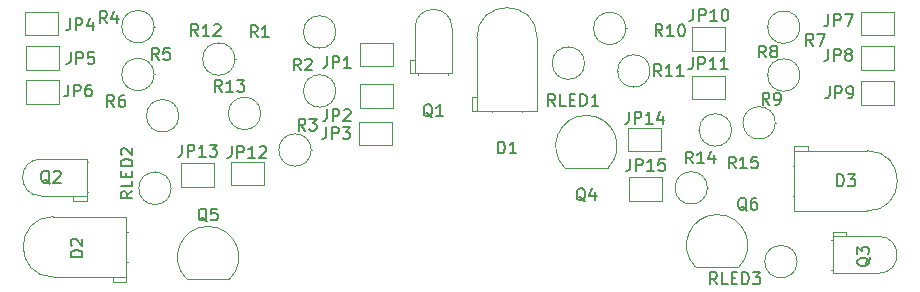
<source format=gbr>
%TF.GenerationSoftware,KiCad,Pcbnew,8.0.0*%
%TF.CreationDate,2024-03-28T15:17:03+02:00*%
%TF.ProjectId,EEE3088F_MHMZAM005_Sensing,45454533-3038-4384-965f-4d484d5a414d,rev?*%
%TF.SameCoordinates,Original*%
%TF.FileFunction,Legend,Top*%
%TF.FilePolarity,Positive*%
%FSLAX46Y46*%
G04 Gerber Fmt 4.6, Leading zero omitted, Abs format (unit mm)*
G04 Created by KiCad (PCBNEW 8.0.0) date 2024-03-28 15:17:03*
%MOMM*%
%LPD*%
G01*
G04 APERTURE LIST*
%ADD10C,0.150000*%
%ADD11C,0.120000*%
%ADD12R,1.000000X1.500000*%
%ADD13C,1.600000*%
%ADD14O,1.600000X1.600000*%
%ADD15R,1.800000X1.800000*%
%ADD16C,1.800000*%
%ADD17R,1.050000X1.500000*%
%ADD18O,1.050000X1.500000*%
%ADD19R,1.700000X1.700000*%
%ADD20O,1.700000X1.700000*%
G04 APERTURE END LIST*
D10*
X85216666Y-67254819D02*
X85216666Y-67969104D01*
X85216666Y-67969104D02*
X85169047Y-68111961D01*
X85169047Y-68111961D02*
X85073809Y-68207200D01*
X85073809Y-68207200D02*
X84930952Y-68254819D01*
X84930952Y-68254819D02*
X84835714Y-68254819D01*
X85692857Y-68254819D02*
X85692857Y-67254819D01*
X85692857Y-67254819D02*
X86073809Y-67254819D01*
X86073809Y-67254819D02*
X86169047Y-67302438D01*
X86169047Y-67302438D02*
X86216666Y-67350057D01*
X86216666Y-67350057D02*
X86264285Y-67445295D01*
X86264285Y-67445295D02*
X86264285Y-67588152D01*
X86264285Y-67588152D02*
X86216666Y-67683390D01*
X86216666Y-67683390D02*
X86169047Y-67731009D01*
X86169047Y-67731009D02*
X86073809Y-67778628D01*
X86073809Y-67778628D02*
X85692857Y-67778628D01*
X87121428Y-67588152D02*
X87121428Y-68254819D01*
X86883333Y-67207200D02*
X86645238Y-67921485D01*
X86645238Y-67921485D02*
X87264285Y-67921485D01*
X148133333Y-69554819D02*
X147800000Y-69078628D01*
X147561905Y-69554819D02*
X147561905Y-68554819D01*
X147561905Y-68554819D02*
X147942857Y-68554819D01*
X147942857Y-68554819D02*
X148038095Y-68602438D01*
X148038095Y-68602438D02*
X148085714Y-68650057D01*
X148085714Y-68650057D02*
X148133333Y-68745295D01*
X148133333Y-68745295D02*
X148133333Y-68888152D01*
X148133333Y-68888152D02*
X148085714Y-68983390D01*
X148085714Y-68983390D02*
X148038095Y-69031009D01*
X148038095Y-69031009D02*
X147942857Y-69078628D01*
X147942857Y-69078628D02*
X147561905Y-69078628D01*
X148466667Y-68554819D02*
X149133333Y-68554819D01*
X149133333Y-68554819D02*
X148704762Y-69554819D01*
X121466905Y-78689819D02*
X121466905Y-77689819D01*
X121466905Y-77689819D02*
X121705000Y-77689819D01*
X121705000Y-77689819D02*
X121847857Y-77737438D01*
X121847857Y-77737438D02*
X121943095Y-77832676D01*
X121943095Y-77832676D02*
X121990714Y-77927914D01*
X121990714Y-77927914D02*
X122038333Y-78118390D01*
X122038333Y-78118390D02*
X122038333Y-78261247D01*
X122038333Y-78261247D02*
X121990714Y-78451723D01*
X121990714Y-78451723D02*
X121943095Y-78546961D01*
X121943095Y-78546961D02*
X121847857Y-78642200D01*
X121847857Y-78642200D02*
X121705000Y-78689819D01*
X121705000Y-78689819D02*
X121466905Y-78689819D01*
X122990714Y-78689819D02*
X122419286Y-78689819D01*
X122705000Y-78689819D02*
X122705000Y-77689819D01*
X122705000Y-77689819D02*
X122609762Y-77832676D01*
X122609762Y-77832676D02*
X122514524Y-77927914D01*
X122514524Y-77927914D02*
X122419286Y-77975533D01*
X135257142Y-72154819D02*
X134923809Y-71678628D01*
X134685714Y-72154819D02*
X134685714Y-71154819D01*
X134685714Y-71154819D02*
X135066666Y-71154819D01*
X135066666Y-71154819D02*
X135161904Y-71202438D01*
X135161904Y-71202438D02*
X135209523Y-71250057D01*
X135209523Y-71250057D02*
X135257142Y-71345295D01*
X135257142Y-71345295D02*
X135257142Y-71488152D01*
X135257142Y-71488152D02*
X135209523Y-71583390D01*
X135209523Y-71583390D02*
X135161904Y-71631009D01*
X135161904Y-71631009D02*
X135066666Y-71678628D01*
X135066666Y-71678628D02*
X134685714Y-71678628D01*
X136209523Y-72154819D02*
X135638095Y-72154819D01*
X135923809Y-72154819D02*
X135923809Y-71154819D01*
X135923809Y-71154819D02*
X135828571Y-71297676D01*
X135828571Y-71297676D02*
X135733333Y-71392914D01*
X135733333Y-71392914D02*
X135638095Y-71440533D01*
X137161904Y-72154819D02*
X136590476Y-72154819D01*
X136876190Y-72154819D02*
X136876190Y-71154819D01*
X136876190Y-71154819D02*
X136780952Y-71297676D01*
X136780952Y-71297676D02*
X136685714Y-71392914D01*
X136685714Y-71392914D02*
X136590476Y-71440533D01*
X135357142Y-68754819D02*
X135023809Y-68278628D01*
X134785714Y-68754819D02*
X134785714Y-67754819D01*
X134785714Y-67754819D02*
X135166666Y-67754819D01*
X135166666Y-67754819D02*
X135261904Y-67802438D01*
X135261904Y-67802438D02*
X135309523Y-67850057D01*
X135309523Y-67850057D02*
X135357142Y-67945295D01*
X135357142Y-67945295D02*
X135357142Y-68088152D01*
X135357142Y-68088152D02*
X135309523Y-68183390D01*
X135309523Y-68183390D02*
X135261904Y-68231009D01*
X135261904Y-68231009D02*
X135166666Y-68278628D01*
X135166666Y-68278628D02*
X134785714Y-68278628D01*
X136309523Y-68754819D02*
X135738095Y-68754819D01*
X136023809Y-68754819D02*
X136023809Y-67754819D01*
X136023809Y-67754819D02*
X135928571Y-67897676D01*
X135928571Y-67897676D02*
X135833333Y-67992914D01*
X135833333Y-67992914D02*
X135738095Y-68040533D01*
X136928571Y-67754819D02*
X137023809Y-67754819D01*
X137023809Y-67754819D02*
X137119047Y-67802438D01*
X137119047Y-67802438D02*
X137166666Y-67850057D01*
X137166666Y-67850057D02*
X137214285Y-67945295D01*
X137214285Y-67945295D02*
X137261904Y-68135771D01*
X137261904Y-68135771D02*
X137261904Y-68373866D01*
X137261904Y-68373866D02*
X137214285Y-68564342D01*
X137214285Y-68564342D02*
X137166666Y-68659580D01*
X137166666Y-68659580D02*
X137119047Y-68707200D01*
X137119047Y-68707200D02*
X137023809Y-68754819D01*
X137023809Y-68754819D02*
X136928571Y-68754819D01*
X136928571Y-68754819D02*
X136833333Y-68707200D01*
X136833333Y-68707200D02*
X136785714Y-68659580D01*
X136785714Y-68659580D02*
X136738095Y-68564342D01*
X136738095Y-68564342D02*
X136690476Y-68373866D01*
X136690476Y-68373866D02*
X136690476Y-68135771D01*
X136690476Y-68135771D02*
X136738095Y-67945295D01*
X136738095Y-67945295D02*
X136785714Y-67850057D01*
X136785714Y-67850057D02*
X136833333Y-67802438D01*
X136833333Y-67802438D02*
X136928571Y-67754819D01*
X104733333Y-71654819D02*
X104400000Y-71178628D01*
X104161905Y-71654819D02*
X104161905Y-70654819D01*
X104161905Y-70654819D02*
X104542857Y-70654819D01*
X104542857Y-70654819D02*
X104638095Y-70702438D01*
X104638095Y-70702438D02*
X104685714Y-70750057D01*
X104685714Y-70750057D02*
X104733333Y-70845295D01*
X104733333Y-70845295D02*
X104733333Y-70988152D01*
X104733333Y-70988152D02*
X104685714Y-71083390D01*
X104685714Y-71083390D02*
X104638095Y-71131009D01*
X104638095Y-71131009D02*
X104542857Y-71178628D01*
X104542857Y-71178628D02*
X104161905Y-71178628D01*
X105114286Y-70750057D02*
X105161905Y-70702438D01*
X105161905Y-70702438D02*
X105257143Y-70654819D01*
X105257143Y-70654819D02*
X105495238Y-70654819D01*
X105495238Y-70654819D02*
X105590476Y-70702438D01*
X105590476Y-70702438D02*
X105638095Y-70750057D01*
X105638095Y-70750057D02*
X105685714Y-70845295D01*
X105685714Y-70845295D02*
X105685714Y-70940533D01*
X105685714Y-70940533D02*
X105638095Y-71083390D01*
X105638095Y-71083390D02*
X105066667Y-71654819D01*
X105066667Y-71654819D02*
X105685714Y-71654819D01*
X106966666Y-70454819D02*
X106966666Y-71169104D01*
X106966666Y-71169104D02*
X106919047Y-71311961D01*
X106919047Y-71311961D02*
X106823809Y-71407200D01*
X106823809Y-71407200D02*
X106680952Y-71454819D01*
X106680952Y-71454819D02*
X106585714Y-71454819D01*
X107442857Y-71454819D02*
X107442857Y-70454819D01*
X107442857Y-70454819D02*
X107823809Y-70454819D01*
X107823809Y-70454819D02*
X107919047Y-70502438D01*
X107919047Y-70502438D02*
X107966666Y-70550057D01*
X107966666Y-70550057D02*
X108014285Y-70645295D01*
X108014285Y-70645295D02*
X108014285Y-70788152D01*
X108014285Y-70788152D02*
X107966666Y-70883390D01*
X107966666Y-70883390D02*
X107919047Y-70931009D01*
X107919047Y-70931009D02*
X107823809Y-70978628D01*
X107823809Y-70978628D02*
X107442857Y-70978628D01*
X108966666Y-71454819D02*
X108395238Y-71454819D01*
X108680952Y-71454819D02*
X108680952Y-70454819D01*
X108680952Y-70454819D02*
X108585714Y-70597676D01*
X108585714Y-70597676D02*
X108490476Y-70692914D01*
X108490476Y-70692914D02*
X108395238Y-70740533D01*
X132645476Y-79154819D02*
X132645476Y-79869104D01*
X132645476Y-79869104D02*
X132597857Y-80011961D01*
X132597857Y-80011961D02*
X132502619Y-80107200D01*
X132502619Y-80107200D02*
X132359762Y-80154819D01*
X132359762Y-80154819D02*
X132264524Y-80154819D01*
X133121667Y-80154819D02*
X133121667Y-79154819D01*
X133121667Y-79154819D02*
X133502619Y-79154819D01*
X133502619Y-79154819D02*
X133597857Y-79202438D01*
X133597857Y-79202438D02*
X133645476Y-79250057D01*
X133645476Y-79250057D02*
X133693095Y-79345295D01*
X133693095Y-79345295D02*
X133693095Y-79488152D01*
X133693095Y-79488152D02*
X133645476Y-79583390D01*
X133645476Y-79583390D02*
X133597857Y-79631009D01*
X133597857Y-79631009D02*
X133502619Y-79678628D01*
X133502619Y-79678628D02*
X133121667Y-79678628D01*
X134645476Y-80154819D02*
X134074048Y-80154819D01*
X134359762Y-80154819D02*
X134359762Y-79154819D01*
X134359762Y-79154819D02*
X134264524Y-79297676D01*
X134264524Y-79297676D02*
X134169286Y-79392914D01*
X134169286Y-79392914D02*
X134074048Y-79440533D01*
X135550238Y-79154819D02*
X135074048Y-79154819D01*
X135074048Y-79154819D02*
X135026429Y-79631009D01*
X135026429Y-79631009D02*
X135074048Y-79583390D01*
X135074048Y-79583390D02*
X135169286Y-79535771D01*
X135169286Y-79535771D02*
X135407381Y-79535771D01*
X135407381Y-79535771D02*
X135502619Y-79583390D01*
X135502619Y-79583390D02*
X135550238Y-79631009D01*
X135550238Y-79631009D02*
X135597857Y-79726247D01*
X135597857Y-79726247D02*
X135597857Y-79964342D01*
X135597857Y-79964342D02*
X135550238Y-80059580D01*
X135550238Y-80059580D02*
X135502619Y-80107200D01*
X135502619Y-80107200D02*
X135407381Y-80154819D01*
X135407381Y-80154819D02*
X135169286Y-80154819D01*
X135169286Y-80154819D02*
X135074048Y-80107200D01*
X135074048Y-80107200D02*
X135026429Y-80059580D01*
X94690476Y-77954819D02*
X94690476Y-78669104D01*
X94690476Y-78669104D02*
X94642857Y-78811961D01*
X94642857Y-78811961D02*
X94547619Y-78907200D01*
X94547619Y-78907200D02*
X94404762Y-78954819D01*
X94404762Y-78954819D02*
X94309524Y-78954819D01*
X95166667Y-78954819D02*
X95166667Y-77954819D01*
X95166667Y-77954819D02*
X95547619Y-77954819D01*
X95547619Y-77954819D02*
X95642857Y-78002438D01*
X95642857Y-78002438D02*
X95690476Y-78050057D01*
X95690476Y-78050057D02*
X95738095Y-78145295D01*
X95738095Y-78145295D02*
X95738095Y-78288152D01*
X95738095Y-78288152D02*
X95690476Y-78383390D01*
X95690476Y-78383390D02*
X95642857Y-78431009D01*
X95642857Y-78431009D02*
X95547619Y-78478628D01*
X95547619Y-78478628D02*
X95166667Y-78478628D01*
X96690476Y-78954819D02*
X96119048Y-78954819D01*
X96404762Y-78954819D02*
X96404762Y-77954819D01*
X96404762Y-77954819D02*
X96309524Y-78097676D01*
X96309524Y-78097676D02*
X96214286Y-78192914D01*
X96214286Y-78192914D02*
X96119048Y-78240533D01*
X97023810Y-77954819D02*
X97642857Y-77954819D01*
X97642857Y-77954819D02*
X97309524Y-78335771D01*
X97309524Y-78335771D02*
X97452381Y-78335771D01*
X97452381Y-78335771D02*
X97547619Y-78383390D01*
X97547619Y-78383390D02*
X97595238Y-78431009D01*
X97595238Y-78431009D02*
X97642857Y-78526247D01*
X97642857Y-78526247D02*
X97642857Y-78764342D01*
X97642857Y-78764342D02*
X97595238Y-78859580D01*
X97595238Y-78859580D02*
X97547619Y-78907200D01*
X97547619Y-78907200D02*
X97452381Y-78954819D01*
X97452381Y-78954819D02*
X97166667Y-78954819D01*
X97166667Y-78954819D02*
X97071429Y-78907200D01*
X97071429Y-78907200D02*
X97023810Y-78859580D01*
X106966666Y-74954819D02*
X106966666Y-75669104D01*
X106966666Y-75669104D02*
X106919047Y-75811961D01*
X106919047Y-75811961D02*
X106823809Y-75907200D01*
X106823809Y-75907200D02*
X106680952Y-75954819D01*
X106680952Y-75954819D02*
X106585714Y-75954819D01*
X107442857Y-75954819D02*
X107442857Y-74954819D01*
X107442857Y-74954819D02*
X107823809Y-74954819D01*
X107823809Y-74954819D02*
X107919047Y-75002438D01*
X107919047Y-75002438D02*
X107966666Y-75050057D01*
X107966666Y-75050057D02*
X108014285Y-75145295D01*
X108014285Y-75145295D02*
X108014285Y-75288152D01*
X108014285Y-75288152D02*
X107966666Y-75383390D01*
X107966666Y-75383390D02*
X107919047Y-75431009D01*
X107919047Y-75431009D02*
X107823809Y-75478628D01*
X107823809Y-75478628D02*
X107442857Y-75478628D01*
X108395238Y-75050057D02*
X108442857Y-75002438D01*
X108442857Y-75002438D02*
X108538095Y-74954819D01*
X108538095Y-74954819D02*
X108776190Y-74954819D01*
X108776190Y-74954819D02*
X108871428Y-75002438D01*
X108871428Y-75002438D02*
X108919047Y-75050057D01*
X108919047Y-75050057D02*
X108966666Y-75145295D01*
X108966666Y-75145295D02*
X108966666Y-75240533D01*
X108966666Y-75240533D02*
X108919047Y-75383390D01*
X108919047Y-75383390D02*
X108347619Y-75954819D01*
X108347619Y-75954819D02*
X108966666Y-75954819D01*
X144123333Y-70554819D02*
X143790000Y-70078628D01*
X143551905Y-70554819D02*
X143551905Y-69554819D01*
X143551905Y-69554819D02*
X143932857Y-69554819D01*
X143932857Y-69554819D02*
X144028095Y-69602438D01*
X144028095Y-69602438D02*
X144075714Y-69650057D01*
X144075714Y-69650057D02*
X144123333Y-69745295D01*
X144123333Y-69745295D02*
X144123333Y-69888152D01*
X144123333Y-69888152D02*
X144075714Y-69983390D01*
X144075714Y-69983390D02*
X144028095Y-70031009D01*
X144028095Y-70031009D02*
X143932857Y-70078628D01*
X143932857Y-70078628D02*
X143551905Y-70078628D01*
X144694762Y-69983390D02*
X144599524Y-69935771D01*
X144599524Y-69935771D02*
X144551905Y-69888152D01*
X144551905Y-69888152D02*
X144504286Y-69792914D01*
X144504286Y-69792914D02*
X144504286Y-69745295D01*
X144504286Y-69745295D02*
X144551905Y-69650057D01*
X144551905Y-69650057D02*
X144599524Y-69602438D01*
X144599524Y-69602438D02*
X144694762Y-69554819D01*
X144694762Y-69554819D02*
X144885238Y-69554819D01*
X144885238Y-69554819D02*
X144980476Y-69602438D01*
X144980476Y-69602438D02*
X145028095Y-69650057D01*
X145028095Y-69650057D02*
X145075714Y-69745295D01*
X145075714Y-69745295D02*
X145075714Y-69792914D01*
X145075714Y-69792914D02*
X145028095Y-69888152D01*
X145028095Y-69888152D02*
X144980476Y-69935771D01*
X144980476Y-69935771D02*
X144885238Y-69983390D01*
X144885238Y-69983390D02*
X144694762Y-69983390D01*
X144694762Y-69983390D02*
X144599524Y-70031009D01*
X144599524Y-70031009D02*
X144551905Y-70078628D01*
X144551905Y-70078628D02*
X144504286Y-70173866D01*
X144504286Y-70173866D02*
X144504286Y-70364342D01*
X144504286Y-70364342D02*
X144551905Y-70459580D01*
X144551905Y-70459580D02*
X144599524Y-70507200D01*
X144599524Y-70507200D02*
X144694762Y-70554819D01*
X144694762Y-70554819D02*
X144885238Y-70554819D01*
X144885238Y-70554819D02*
X144980476Y-70507200D01*
X144980476Y-70507200D02*
X145028095Y-70459580D01*
X145028095Y-70459580D02*
X145075714Y-70364342D01*
X145075714Y-70364342D02*
X145075714Y-70173866D01*
X145075714Y-70173866D02*
X145028095Y-70078628D01*
X145028095Y-70078628D02*
X144980476Y-70031009D01*
X144980476Y-70031009D02*
X144885238Y-69983390D01*
X115884761Y-75635057D02*
X115789523Y-75587438D01*
X115789523Y-75587438D02*
X115694285Y-75492200D01*
X115694285Y-75492200D02*
X115551428Y-75349342D01*
X115551428Y-75349342D02*
X115456190Y-75301723D01*
X115456190Y-75301723D02*
X115360952Y-75301723D01*
X115408571Y-75539819D02*
X115313333Y-75492200D01*
X115313333Y-75492200D02*
X115218095Y-75396961D01*
X115218095Y-75396961D02*
X115170476Y-75206485D01*
X115170476Y-75206485D02*
X115170476Y-74873152D01*
X115170476Y-74873152D02*
X115218095Y-74682676D01*
X115218095Y-74682676D02*
X115313333Y-74587438D01*
X115313333Y-74587438D02*
X115408571Y-74539819D01*
X115408571Y-74539819D02*
X115599047Y-74539819D01*
X115599047Y-74539819D02*
X115694285Y-74587438D01*
X115694285Y-74587438D02*
X115789523Y-74682676D01*
X115789523Y-74682676D02*
X115837142Y-74873152D01*
X115837142Y-74873152D02*
X115837142Y-75206485D01*
X115837142Y-75206485D02*
X115789523Y-75396961D01*
X115789523Y-75396961D02*
X115694285Y-75492200D01*
X115694285Y-75492200D02*
X115599047Y-75539819D01*
X115599047Y-75539819D02*
X115408571Y-75539819D01*
X116789523Y-75539819D02*
X116218095Y-75539819D01*
X116503809Y-75539819D02*
X116503809Y-74539819D01*
X116503809Y-74539819D02*
X116408571Y-74682676D01*
X116408571Y-74682676D02*
X116313333Y-74777914D01*
X116313333Y-74777914D02*
X116218095Y-74825533D01*
X149416666Y-66904819D02*
X149416666Y-67619104D01*
X149416666Y-67619104D02*
X149369047Y-67761961D01*
X149369047Y-67761961D02*
X149273809Y-67857200D01*
X149273809Y-67857200D02*
X149130952Y-67904819D01*
X149130952Y-67904819D02*
X149035714Y-67904819D01*
X149892857Y-67904819D02*
X149892857Y-66904819D01*
X149892857Y-66904819D02*
X150273809Y-66904819D01*
X150273809Y-66904819D02*
X150369047Y-66952438D01*
X150369047Y-66952438D02*
X150416666Y-67000057D01*
X150416666Y-67000057D02*
X150464285Y-67095295D01*
X150464285Y-67095295D02*
X150464285Y-67238152D01*
X150464285Y-67238152D02*
X150416666Y-67333390D01*
X150416666Y-67333390D02*
X150369047Y-67381009D01*
X150369047Y-67381009D02*
X150273809Y-67428628D01*
X150273809Y-67428628D02*
X149892857Y-67428628D01*
X150797619Y-66904819D02*
X151464285Y-66904819D01*
X151464285Y-66904819D02*
X151035714Y-67904819D01*
X83504761Y-81250057D02*
X83409523Y-81202438D01*
X83409523Y-81202438D02*
X83314285Y-81107200D01*
X83314285Y-81107200D02*
X83171428Y-80964342D01*
X83171428Y-80964342D02*
X83076190Y-80916723D01*
X83076190Y-80916723D02*
X82980952Y-80916723D01*
X83028571Y-81154819D02*
X82933333Y-81107200D01*
X82933333Y-81107200D02*
X82838095Y-81011961D01*
X82838095Y-81011961D02*
X82790476Y-80821485D01*
X82790476Y-80821485D02*
X82790476Y-80488152D01*
X82790476Y-80488152D02*
X82838095Y-80297676D01*
X82838095Y-80297676D02*
X82933333Y-80202438D01*
X82933333Y-80202438D02*
X83028571Y-80154819D01*
X83028571Y-80154819D02*
X83219047Y-80154819D01*
X83219047Y-80154819D02*
X83314285Y-80202438D01*
X83314285Y-80202438D02*
X83409523Y-80297676D01*
X83409523Y-80297676D02*
X83457142Y-80488152D01*
X83457142Y-80488152D02*
X83457142Y-80821485D01*
X83457142Y-80821485D02*
X83409523Y-81011961D01*
X83409523Y-81011961D02*
X83314285Y-81107200D01*
X83314285Y-81107200D02*
X83219047Y-81154819D01*
X83219047Y-81154819D02*
X83028571Y-81154819D01*
X83838095Y-80250057D02*
X83885714Y-80202438D01*
X83885714Y-80202438D02*
X83980952Y-80154819D01*
X83980952Y-80154819D02*
X84219047Y-80154819D01*
X84219047Y-80154819D02*
X84314285Y-80202438D01*
X84314285Y-80202438D02*
X84361904Y-80250057D01*
X84361904Y-80250057D02*
X84409523Y-80345295D01*
X84409523Y-80345295D02*
X84409523Y-80440533D01*
X84409523Y-80440533D02*
X84361904Y-80583390D01*
X84361904Y-80583390D02*
X83790476Y-81154819D01*
X83790476Y-81154819D02*
X84409523Y-81154819D01*
X88333333Y-67654819D02*
X88000000Y-67178628D01*
X87761905Y-67654819D02*
X87761905Y-66654819D01*
X87761905Y-66654819D02*
X88142857Y-66654819D01*
X88142857Y-66654819D02*
X88238095Y-66702438D01*
X88238095Y-66702438D02*
X88285714Y-66750057D01*
X88285714Y-66750057D02*
X88333333Y-66845295D01*
X88333333Y-66845295D02*
X88333333Y-66988152D01*
X88333333Y-66988152D02*
X88285714Y-67083390D01*
X88285714Y-67083390D02*
X88238095Y-67131009D01*
X88238095Y-67131009D02*
X88142857Y-67178628D01*
X88142857Y-67178628D02*
X87761905Y-67178628D01*
X89190476Y-66988152D02*
X89190476Y-67654819D01*
X88952381Y-66607200D02*
X88714286Y-67321485D01*
X88714286Y-67321485D02*
X89333333Y-67321485D01*
X88933333Y-74754819D02*
X88600000Y-74278628D01*
X88361905Y-74754819D02*
X88361905Y-73754819D01*
X88361905Y-73754819D02*
X88742857Y-73754819D01*
X88742857Y-73754819D02*
X88838095Y-73802438D01*
X88838095Y-73802438D02*
X88885714Y-73850057D01*
X88885714Y-73850057D02*
X88933333Y-73945295D01*
X88933333Y-73945295D02*
X88933333Y-74088152D01*
X88933333Y-74088152D02*
X88885714Y-74183390D01*
X88885714Y-74183390D02*
X88838095Y-74231009D01*
X88838095Y-74231009D02*
X88742857Y-74278628D01*
X88742857Y-74278628D02*
X88361905Y-74278628D01*
X89790476Y-73754819D02*
X89600000Y-73754819D01*
X89600000Y-73754819D02*
X89504762Y-73802438D01*
X89504762Y-73802438D02*
X89457143Y-73850057D01*
X89457143Y-73850057D02*
X89361905Y-73992914D01*
X89361905Y-73992914D02*
X89314286Y-74183390D01*
X89314286Y-74183390D02*
X89314286Y-74564342D01*
X89314286Y-74564342D02*
X89361905Y-74659580D01*
X89361905Y-74659580D02*
X89409524Y-74707200D01*
X89409524Y-74707200D02*
X89504762Y-74754819D01*
X89504762Y-74754819D02*
X89695238Y-74754819D01*
X89695238Y-74754819D02*
X89790476Y-74707200D01*
X89790476Y-74707200D02*
X89838095Y-74659580D01*
X89838095Y-74659580D02*
X89885714Y-74564342D01*
X89885714Y-74564342D02*
X89885714Y-74326247D01*
X89885714Y-74326247D02*
X89838095Y-74231009D01*
X89838095Y-74231009D02*
X89790476Y-74183390D01*
X89790476Y-74183390D02*
X89695238Y-74135771D01*
X89695238Y-74135771D02*
X89504762Y-74135771D01*
X89504762Y-74135771D02*
X89409524Y-74183390D01*
X89409524Y-74183390D02*
X89361905Y-74231009D01*
X89361905Y-74231009D02*
X89314286Y-74326247D01*
X85266666Y-70104819D02*
X85266666Y-70819104D01*
X85266666Y-70819104D02*
X85219047Y-70961961D01*
X85219047Y-70961961D02*
X85123809Y-71057200D01*
X85123809Y-71057200D02*
X84980952Y-71104819D01*
X84980952Y-71104819D02*
X84885714Y-71104819D01*
X85742857Y-71104819D02*
X85742857Y-70104819D01*
X85742857Y-70104819D02*
X86123809Y-70104819D01*
X86123809Y-70104819D02*
X86219047Y-70152438D01*
X86219047Y-70152438D02*
X86266666Y-70200057D01*
X86266666Y-70200057D02*
X86314285Y-70295295D01*
X86314285Y-70295295D02*
X86314285Y-70438152D01*
X86314285Y-70438152D02*
X86266666Y-70533390D01*
X86266666Y-70533390D02*
X86219047Y-70581009D01*
X86219047Y-70581009D02*
X86123809Y-70628628D01*
X86123809Y-70628628D02*
X85742857Y-70628628D01*
X87219047Y-70104819D02*
X86742857Y-70104819D01*
X86742857Y-70104819D02*
X86695238Y-70581009D01*
X86695238Y-70581009D02*
X86742857Y-70533390D01*
X86742857Y-70533390D02*
X86838095Y-70485771D01*
X86838095Y-70485771D02*
X87076190Y-70485771D01*
X87076190Y-70485771D02*
X87171428Y-70533390D01*
X87171428Y-70533390D02*
X87219047Y-70581009D01*
X87219047Y-70581009D02*
X87266666Y-70676247D01*
X87266666Y-70676247D02*
X87266666Y-70914342D01*
X87266666Y-70914342D02*
X87219047Y-71009580D01*
X87219047Y-71009580D02*
X87171428Y-71057200D01*
X87171428Y-71057200D02*
X87076190Y-71104819D01*
X87076190Y-71104819D02*
X86838095Y-71104819D01*
X86838095Y-71104819D02*
X86742857Y-71057200D01*
X86742857Y-71057200D02*
X86695238Y-71009580D01*
X137940476Y-70554819D02*
X137940476Y-71269104D01*
X137940476Y-71269104D02*
X137892857Y-71411961D01*
X137892857Y-71411961D02*
X137797619Y-71507200D01*
X137797619Y-71507200D02*
X137654762Y-71554819D01*
X137654762Y-71554819D02*
X137559524Y-71554819D01*
X138416667Y-71554819D02*
X138416667Y-70554819D01*
X138416667Y-70554819D02*
X138797619Y-70554819D01*
X138797619Y-70554819D02*
X138892857Y-70602438D01*
X138892857Y-70602438D02*
X138940476Y-70650057D01*
X138940476Y-70650057D02*
X138988095Y-70745295D01*
X138988095Y-70745295D02*
X138988095Y-70888152D01*
X138988095Y-70888152D02*
X138940476Y-70983390D01*
X138940476Y-70983390D02*
X138892857Y-71031009D01*
X138892857Y-71031009D02*
X138797619Y-71078628D01*
X138797619Y-71078628D02*
X138416667Y-71078628D01*
X139940476Y-71554819D02*
X139369048Y-71554819D01*
X139654762Y-71554819D02*
X139654762Y-70554819D01*
X139654762Y-70554819D02*
X139559524Y-70697676D01*
X139559524Y-70697676D02*
X139464286Y-70792914D01*
X139464286Y-70792914D02*
X139369048Y-70840533D01*
X140892857Y-71554819D02*
X140321429Y-71554819D01*
X140607143Y-71554819D02*
X140607143Y-70554819D01*
X140607143Y-70554819D02*
X140511905Y-70697676D01*
X140511905Y-70697676D02*
X140416667Y-70792914D01*
X140416667Y-70792914D02*
X140321429Y-70840533D01*
X90484819Y-81893809D02*
X90008628Y-82227142D01*
X90484819Y-82465237D02*
X89484819Y-82465237D01*
X89484819Y-82465237D02*
X89484819Y-82084285D01*
X89484819Y-82084285D02*
X89532438Y-81989047D01*
X89532438Y-81989047D02*
X89580057Y-81941428D01*
X89580057Y-81941428D02*
X89675295Y-81893809D01*
X89675295Y-81893809D02*
X89818152Y-81893809D01*
X89818152Y-81893809D02*
X89913390Y-81941428D01*
X89913390Y-81941428D02*
X89961009Y-81989047D01*
X89961009Y-81989047D02*
X90008628Y-82084285D01*
X90008628Y-82084285D02*
X90008628Y-82465237D01*
X90484819Y-80989047D02*
X90484819Y-81465237D01*
X90484819Y-81465237D02*
X89484819Y-81465237D01*
X89961009Y-80655713D02*
X89961009Y-80322380D01*
X90484819Y-80179523D02*
X90484819Y-80655713D01*
X90484819Y-80655713D02*
X89484819Y-80655713D01*
X89484819Y-80655713D02*
X89484819Y-80179523D01*
X90484819Y-79750951D02*
X89484819Y-79750951D01*
X89484819Y-79750951D02*
X89484819Y-79512856D01*
X89484819Y-79512856D02*
X89532438Y-79369999D01*
X89532438Y-79369999D02*
X89627676Y-79274761D01*
X89627676Y-79274761D02*
X89722914Y-79227142D01*
X89722914Y-79227142D02*
X89913390Y-79179523D01*
X89913390Y-79179523D02*
X90056247Y-79179523D01*
X90056247Y-79179523D02*
X90246723Y-79227142D01*
X90246723Y-79227142D02*
X90341961Y-79274761D01*
X90341961Y-79274761D02*
X90437200Y-79369999D01*
X90437200Y-79369999D02*
X90484819Y-79512856D01*
X90484819Y-79512856D02*
X90484819Y-79750951D01*
X89580057Y-78798570D02*
X89532438Y-78750951D01*
X89532438Y-78750951D02*
X89484819Y-78655713D01*
X89484819Y-78655713D02*
X89484819Y-78417618D01*
X89484819Y-78417618D02*
X89532438Y-78322380D01*
X89532438Y-78322380D02*
X89580057Y-78274761D01*
X89580057Y-78274761D02*
X89675295Y-78227142D01*
X89675295Y-78227142D02*
X89770533Y-78227142D01*
X89770533Y-78227142D02*
X89913390Y-78274761D01*
X89913390Y-78274761D02*
X90484819Y-78846189D01*
X90484819Y-78846189D02*
X90484819Y-78227142D01*
X144423333Y-74554819D02*
X144090000Y-74078628D01*
X143851905Y-74554819D02*
X143851905Y-73554819D01*
X143851905Y-73554819D02*
X144232857Y-73554819D01*
X144232857Y-73554819D02*
X144328095Y-73602438D01*
X144328095Y-73602438D02*
X144375714Y-73650057D01*
X144375714Y-73650057D02*
X144423333Y-73745295D01*
X144423333Y-73745295D02*
X144423333Y-73888152D01*
X144423333Y-73888152D02*
X144375714Y-73983390D01*
X144375714Y-73983390D02*
X144328095Y-74031009D01*
X144328095Y-74031009D02*
X144232857Y-74078628D01*
X144232857Y-74078628D02*
X143851905Y-74078628D01*
X144899524Y-74554819D02*
X145090000Y-74554819D01*
X145090000Y-74554819D02*
X145185238Y-74507200D01*
X145185238Y-74507200D02*
X145232857Y-74459580D01*
X145232857Y-74459580D02*
X145328095Y-74316723D01*
X145328095Y-74316723D02*
X145375714Y-74126247D01*
X145375714Y-74126247D02*
X145375714Y-73745295D01*
X145375714Y-73745295D02*
X145328095Y-73650057D01*
X145328095Y-73650057D02*
X145280476Y-73602438D01*
X145280476Y-73602438D02*
X145185238Y-73554819D01*
X145185238Y-73554819D02*
X144994762Y-73554819D01*
X144994762Y-73554819D02*
X144899524Y-73602438D01*
X144899524Y-73602438D02*
X144851905Y-73650057D01*
X144851905Y-73650057D02*
X144804286Y-73745295D01*
X144804286Y-73745295D02*
X144804286Y-73983390D01*
X144804286Y-73983390D02*
X144851905Y-74078628D01*
X144851905Y-74078628D02*
X144899524Y-74126247D01*
X144899524Y-74126247D02*
X144994762Y-74173866D01*
X144994762Y-74173866D02*
X145185238Y-74173866D01*
X145185238Y-74173866D02*
X145280476Y-74126247D01*
X145280476Y-74126247D02*
X145328095Y-74078628D01*
X145328095Y-74078628D02*
X145375714Y-73983390D01*
X149516666Y-73004819D02*
X149516666Y-73719104D01*
X149516666Y-73719104D02*
X149469047Y-73861961D01*
X149469047Y-73861961D02*
X149373809Y-73957200D01*
X149373809Y-73957200D02*
X149230952Y-74004819D01*
X149230952Y-74004819D02*
X149135714Y-74004819D01*
X149992857Y-74004819D02*
X149992857Y-73004819D01*
X149992857Y-73004819D02*
X150373809Y-73004819D01*
X150373809Y-73004819D02*
X150469047Y-73052438D01*
X150469047Y-73052438D02*
X150516666Y-73100057D01*
X150516666Y-73100057D02*
X150564285Y-73195295D01*
X150564285Y-73195295D02*
X150564285Y-73338152D01*
X150564285Y-73338152D02*
X150516666Y-73433390D01*
X150516666Y-73433390D02*
X150469047Y-73481009D01*
X150469047Y-73481009D02*
X150373809Y-73528628D01*
X150373809Y-73528628D02*
X149992857Y-73528628D01*
X151040476Y-74004819D02*
X151230952Y-74004819D01*
X151230952Y-74004819D02*
X151326190Y-73957200D01*
X151326190Y-73957200D02*
X151373809Y-73909580D01*
X151373809Y-73909580D02*
X151469047Y-73766723D01*
X151469047Y-73766723D02*
X151516666Y-73576247D01*
X151516666Y-73576247D02*
X151516666Y-73195295D01*
X151516666Y-73195295D02*
X151469047Y-73100057D01*
X151469047Y-73100057D02*
X151421428Y-73052438D01*
X151421428Y-73052438D02*
X151326190Y-73004819D01*
X151326190Y-73004819D02*
X151135714Y-73004819D01*
X151135714Y-73004819D02*
X151040476Y-73052438D01*
X151040476Y-73052438D02*
X150992857Y-73100057D01*
X150992857Y-73100057D02*
X150945238Y-73195295D01*
X150945238Y-73195295D02*
X150945238Y-73433390D01*
X150945238Y-73433390D02*
X150992857Y-73528628D01*
X150992857Y-73528628D02*
X151040476Y-73576247D01*
X151040476Y-73576247D02*
X151135714Y-73623866D01*
X151135714Y-73623866D02*
X151326190Y-73623866D01*
X151326190Y-73623866D02*
X151421428Y-73576247D01*
X151421428Y-73576247D02*
X151469047Y-73528628D01*
X151469047Y-73528628D02*
X151516666Y-73433390D01*
X98072142Y-73454819D02*
X97738809Y-72978628D01*
X97500714Y-73454819D02*
X97500714Y-72454819D01*
X97500714Y-72454819D02*
X97881666Y-72454819D01*
X97881666Y-72454819D02*
X97976904Y-72502438D01*
X97976904Y-72502438D02*
X98024523Y-72550057D01*
X98024523Y-72550057D02*
X98072142Y-72645295D01*
X98072142Y-72645295D02*
X98072142Y-72788152D01*
X98072142Y-72788152D02*
X98024523Y-72883390D01*
X98024523Y-72883390D02*
X97976904Y-72931009D01*
X97976904Y-72931009D02*
X97881666Y-72978628D01*
X97881666Y-72978628D02*
X97500714Y-72978628D01*
X99024523Y-73454819D02*
X98453095Y-73454819D01*
X98738809Y-73454819D02*
X98738809Y-72454819D01*
X98738809Y-72454819D02*
X98643571Y-72597676D01*
X98643571Y-72597676D02*
X98548333Y-72692914D01*
X98548333Y-72692914D02*
X98453095Y-72740533D01*
X99357857Y-72454819D02*
X99976904Y-72454819D01*
X99976904Y-72454819D02*
X99643571Y-72835771D01*
X99643571Y-72835771D02*
X99786428Y-72835771D01*
X99786428Y-72835771D02*
X99881666Y-72883390D01*
X99881666Y-72883390D02*
X99929285Y-72931009D01*
X99929285Y-72931009D02*
X99976904Y-73026247D01*
X99976904Y-73026247D02*
X99976904Y-73264342D01*
X99976904Y-73264342D02*
X99929285Y-73359580D01*
X99929285Y-73359580D02*
X99881666Y-73407200D01*
X99881666Y-73407200D02*
X99786428Y-73454819D01*
X99786428Y-73454819D02*
X99500714Y-73454819D01*
X99500714Y-73454819D02*
X99405476Y-73407200D01*
X99405476Y-73407200D02*
X99357857Y-73359580D01*
X92733333Y-70754819D02*
X92400000Y-70278628D01*
X92161905Y-70754819D02*
X92161905Y-69754819D01*
X92161905Y-69754819D02*
X92542857Y-69754819D01*
X92542857Y-69754819D02*
X92638095Y-69802438D01*
X92638095Y-69802438D02*
X92685714Y-69850057D01*
X92685714Y-69850057D02*
X92733333Y-69945295D01*
X92733333Y-69945295D02*
X92733333Y-70088152D01*
X92733333Y-70088152D02*
X92685714Y-70183390D01*
X92685714Y-70183390D02*
X92638095Y-70231009D01*
X92638095Y-70231009D02*
X92542857Y-70278628D01*
X92542857Y-70278628D02*
X92161905Y-70278628D01*
X93638095Y-69754819D02*
X93161905Y-69754819D01*
X93161905Y-69754819D02*
X93114286Y-70231009D01*
X93114286Y-70231009D02*
X93161905Y-70183390D01*
X93161905Y-70183390D02*
X93257143Y-70135771D01*
X93257143Y-70135771D02*
X93495238Y-70135771D01*
X93495238Y-70135771D02*
X93590476Y-70183390D01*
X93590476Y-70183390D02*
X93638095Y-70231009D01*
X93638095Y-70231009D02*
X93685714Y-70326247D01*
X93685714Y-70326247D02*
X93685714Y-70564342D01*
X93685714Y-70564342D02*
X93638095Y-70659580D01*
X93638095Y-70659580D02*
X93590476Y-70707200D01*
X93590476Y-70707200D02*
X93495238Y-70754819D01*
X93495238Y-70754819D02*
X93257143Y-70754819D01*
X93257143Y-70754819D02*
X93161905Y-70707200D01*
X93161905Y-70707200D02*
X93114286Y-70659580D01*
X141557142Y-79954819D02*
X141223809Y-79478628D01*
X140985714Y-79954819D02*
X140985714Y-78954819D01*
X140985714Y-78954819D02*
X141366666Y-78954819D01*
X141366666Y-78954819D02*
X141461904Y-79002438D01*
X141461904Y-79002438D02*
X141509523Y-79050057D01*
X141509523Y-79050057D02*
X141557142Y-79145295D01*
X141557142Y-79145295D02*
X141557142Y-79288152D01*
X141557142Y-79288152D02*
X141509523Y-79383390D01*
X141509523Y-79383390D02*
X141461904Y-79431009D01*
X141461904Y-79431009D02*
X141366666Y-79478628D01*
X141366666Y-79478628D02*
X140985714Y-79478628D01*
X142509523Y-79954819D02*
X141938095Y-79954819D01*
X142223809Y-79954819D02*
X142223809Y-78954819D01*
X142223809Y-78954819D02*
X142128571Y-79097676D01*
X142128571Y-79097676D02*
X142033333Y-79192914D01*
X142033333Y-79192914D02*
X141938095Y-79240533D01*
X143414285Y-78954819D02*
X142938095Y-78954819D01*
X142938095Y-78954819D02*
X142890476Y-79431009D01*
X142890476Y-79431009D02*
X142938095Y-79383390D01*
X142938095Y-79383390D02*
X143033333Y-79335771D01*
X143033333Y-79335771D02*
X143271428Y-79335771D01*
X143271428Y-79335771D02*
X143366666Y-79383390D01*
X143366666Y-79383390D02*
X143414285Y-79431009D01*
X143414285Y-79431009D02*
X143461904Y-79526247D01*
X143461904Y-79526247D02*
X143461904Y-79764342D01*
X143461904Y-79764342D02*
X143414285Y-79859580D01*
X143414285Y-79859580D02*
X143366666Y-79907200D01*
X143366666Y-79907200D02*
X143271428Y-79954819D01*
X143271428Y-79954819D02*
X143033333Y-79954819D01*
X143033333Y-79954819D02*
X142938095Y-79907200D01*
X142938095Y-79907200D02*
X142890476Y-79859580D01*
X85066666Y-72854819D02*
X85066666Y-73569104D01*
X85066666Y-73569104D02*
X85019047Y-73711961D01*
X85019047Y-73711961D02*
X84923809Y-73807200D01*
X84923809Y-73807200D02*
X84780952Y-73854819D01*
X84780952Y-73854819D02*
X84685714Y-73854819D01*
X85542857Y-73854819D02*
X85542857Y-72854819D01*
X85542857Y-72854819D02*
X85923809Y-72854819D01*
X85923809Y-72854819D02*
X86019047Y-72902438D01*
X86019047Y-72902438D02*
X86066666Y-72950057D01*
X86066666Y-72950057D02*
X86114285Y-73045295D01*
X86114285Y-73045295D02*
X86114285Y-73188152D01*
X86114285Y-73188152D02*
X86066666Y-73283390D01*
X86066666Y-73283390D02*
X86019047Y-73331009D01*
X86019047Y-73331009D02*
X85923809Y-73378628D01*
X85923809Y-73378628D02*
X85542857Y-73378628D01*
X86971428Y-72854819D02*
X86780952Y-72854819D01*
X86780952Y-72854819D02*
X86685714Y-72902438D01*
X86685714Y-72902438D02*
X86638095Y-72950057D01*
X86638095Y-72950057D02*
X86542857Y-73092914D01*
X86542857Y-73092914D02*
X86495238Y-73283390D01*
X86495238Y-73283390D02*
X86495238Y-73664342D01*
X86495238Y-73664342D02*
X86542857Y-73759580D01*
X86542857Y-73759580D02*
X86590476Y-73807200D01*
X86590476Y-73807200D02*
X86685714Y-73854819D01*
X86685714Y-73854819D02*
X86876190Y-73854819D01*
X86876190Y-73854819D02*
X86971428Y-73807200D01*
X86971428Y-73807200D02*
X87019047Y-73759580D01*
X87019047Y-73759580D02*
X87066666Y-73664342D01*
X87066666Y-73664342D02*
X87066666Y-73426247D01*
X87066666Y-73426247D02*
X87019047Y-73331009D01*
X87019047Y-73331009D02*
X86971428Y-73283390D01*
X86971428Y-73283390D02*
X86876190Y-73235771D01*
X86876190Y-73235771D02*
X86685714Y-73235771D01*
X86685714Y-73235771D02*
X86590476Y-73283390D01*
X86590476Y-73283390D02*
X86542857Y-73331009D01*
X86542857Y-73331009D02*
X86495238Y-73426247D01*
X137932142Y-79524819D02*
X137598809Y-79048628D01*
X137360714Y-79524819D02*
X137360714Y-78524819D01*
X137360714Y-78524819D02*
X137741666Y-78524819D01*
X137741666Y-78524819D02*
X137836904Y-78572438D01*
X137836904Y-78572438D02*
X137884523Y-78620057D01*
X137884523Y-78620057D02*
X137932142Y-78715295D01*
X137932142Y-78715295D02*
X137932142Y-78858152D01*
X137932142Y-78858152D02*
X137884523Y-78953390D01*
X137884523Y-78953390D02*
X137836904Y-79001009D01*
X137836904Y-79001009D02*
X137741666Y-79048628D01*
X137741666Y-79048628D02*
X137360714Y-79048628D01*
X138884523Y-79524819D02*
X138313095Y-79524819D01*
X138598809Y-79524819D02*
X138598809Y-78524819D01*
X138598809Y-78524819D02*
X138503571Y-78667676D01*
X138503571Y-78667676D02*
X138408333Y-78762914D01*
X138408333Y-78762914D02*
X138313095Y-78810533D01*
X139741666Y-78858152D02*
X139741666Y-79524819D01*
X139503571Y-78477200D02*
X139265476Y-79191485D01*
X139265476Y-79191485D02*
X139884523Y-79191485D01*
X96057142Y-68754819D02*
X95723809Y-68278628D01*
X95485714Y-68754819D02*
X95485714Y-67754819D01*
X95485714Y-67754819D02*
X95866666Y-67754819D01*
X95866666Y-67754819D02*
X95961904Y-67802438D01*
X95961904Y-67802438D02*
X96009523Y-67850057D01*
X96009523Y-67850057D02*
X96057142Y-67945295D01*
X96057142Y-67945295D02*
X96057142Y-68088152D01*
X96057142Y-68088152D02*
X96009523Y-68183390D01*
X96009523Y-68183390D02*
X95961904Y-68231009D01*
X95961904Y-68231009D02*
X95866666Y-68278628D01*
X95866666Y-68278628D02*
X95485714Y-68278628D01*
X97009523Y-68754819D02*
X96438095Y-68754819D01*
X96723809Y-68754819D02*
X96723809Y-67754819D01*
X96723809Y-67754819D02*
X96628571Y-67897676D01*
X96628571Y-67897676D02*
X96533333Y-67992914D01*
X96533333Y-67992914D02*
X96438095Y-68040533D01*
X97390476Y-67850057D02*
X97438095Y-67802438D01*
X97438095Y-67802438D02*
X97533333Y-67754819D01*
X97533333Y-67754819D02*
X97771428Y-67754819D01*
X97771428Y-67754819D02*
X97866666Y-67802438D01*
X97866666Y-67802438D02*
X97914285Y-67850057D01*
X97914285Y-67850057D02*
X97961904Y-67945295D01*
X97961904Y-67945295D02*
X97961904Y-68040533D01*
X97961904Y-68040533D02*
X97914285Y-68183390D01*
X97914285Y-68183390D02*
X97342857Y-68754819D01*
X97342857Y-68754819D02*
X97961904Y-68754819D01*
X128834761Y-82750057D02*
X128739523Y-82702438D01*
X128739523Y-82702438D02*
X128644285Y-82607200D01*
X128644285Y-82607200D02*
X128501428Y-82464342D01*
X128501428Y-82464342D02*
X128406190Y-82416723D01*
X128406190Y-82416723D02*
X128310952Y-82416723D01*
X128358571Y-82654819D02*
X128263333Y-82607200D01*
X128263333Y-82607200D02*
X128168095Y-82511961D01*
X128168095Y-82511961D02*
X128120476Y-82321485D01*
X128120476Y-82321485D02*
X128120476Y-81988152D01*
X128120476Y-81988152D02*
X128168095Y-81797676D01*
X128168095Y-81797676D02*
X128263333Y-81702438D01*
X128263333Y-81702438D02*
X128358571Y-81654819D01*
X128358571Y-81654819D02*
X128549047Y-81654819D01*
X128549047Y-81654819D02*
X128644285Y-81702438D01*
X128644285Y-81702438D02*
X128739523Y-81797676D01*
X128739523Y-81797676D02*
X128787142Y-81988152D01*
X128787142Y-81988152D02*
X128787142Y-82321485D01*
X128787142Y-82321485D02*
X128739523Y-82511961D01*
X128739523Y-82511961D02*
X128644285Y-82607200D01*
X128644285Y-82607200D02*
X128549047Y-82654819D01*
X128549047Y-82654819D02*
X128358571Y-82654819D01*
X129644285Y-81988152D02*
X129644285Y-82654819D01*
X129406190Y-81607200D02*
X129168095Y-82321485D01*
X129168095Y-82321485D02*
X129787142Y-82321485D01*
X105133333Y-76754819D02*
X104800000Y-76278628D01*
X104561905Y-76754819D02*
X104561905Y-75754819D01*
X104561905Y-75754819D02*
X104942857Y-75754819D01*
X104942857Y-75754819D02*
X105038095Y-75802438D01*
X105038095Y-75802438D02*
X105085714Y-75850057D01*
X105085714Y-75850057D02*
X105133333Y-75945295D01*
X105133333Y-75945295D02*
X105133333Y-76088152D01*
X105133333Y-76088152D02*
X105085714Y-76183390D01*
X105085714Y-76183390D02*
X105038095Y-76231009D01*
X105038095Y-76231009D02*
X104942857Y-76278628D01*
X104942857Y-76278628D02*
X104561905Y-76278628D01*
X105466667Y-75754819D02*
X106085714Y-75754819D01*
X106085714Y-75754819D02*
X105752381Y-76135771D01*
X105752381Y-76135771D02*
X105895238Y-76135771D01*
X105895238Y-76135771D02*
X105990476Y-76183390D01*
X105990476Y-76183390D02*
X106038095Y-76231009D01*
X106038095Y-76231009D02*
X106085714Y-76326247D01*
X106085714Y-76326247D02*
X106085714Y-76564342D01*
X106085714Y-76564342D02*
X106038095Y-76659580D01*
X106038095Y-76659580D02*
X105990476Y-76707200D01*
X105990476Y-76707200D02*
X105895238Y-76754819D01*
X105895238Y-76754819D02*
X105609524Y-76754819D01*
X105609524Y-76754819D02*
X105514286Y-76707200D01*
X105514286Y-76707200D02*
X105466667Y-76659580D01*
X137990476Y-66454819D02*
X137990476Y-67169104D01*
X137990476Y-67169104D02*
X137942857Y-67311961D01*
X137942857Y-67311961D02*
X137847619Y-67407200D01*
X137847619Y-67407200D02*
X137704762Y-67454819D01*
X137704762Y-67454819D02*
X137609524Y-67454819D01*
X138466667Y-67454819D02*
X138466667Y-66454819D01*
X138466667Y-66454819D02*
X138847619Y-66454819D01*
X138847619Y-66454819D02*
X138942857Y-66502438D01*
X138942857Y-66502438D02*
X138990476Y-66550057D01*
X138990476Y-66550057D02*
X139038095Y-66645295D01*
X139038095Y-66645295D02*
X139038095Y-66788152D01*
X139038095Y-66788152D02*
X138990476Y-66883390D01*
X138990476Y-66883390D02*
X138942857Y-66931009D01*
X138942857Y-66931009D02*
X138847619Y-66978628D01*
X138847619Y-66978628D02*
X138466667Y-66978628D01*
X139990476Y-67454819D02*
X139419048Y-67454819D01*
X139704762Y-67454819D02*
X139704762Y-66454819D01*
X139704762Y-66454819D02*
X139609524Y-66597676D01*
X139609524Y-66597676D02*
X139514286Y-66692914D01*
X139514286Y-66692914D02*
X139419048Y-66740533D01*
X140609524Y-66454819D02*
X140704762Y-66454819D01*
X140704762Y-66454819D02*
X140800000Y-66502438D01*
X140800000Y-66502438D02*
X140847619Y-66550057D01*
X140847619Y-66550057D02*
X140895238Y-66645295D01*
X140895238Y-66645295D02*
X140942857Y-66835771D01*
X140942857Y-66835771D02*
X140942857Y-67073866D01*
X140942857Y-67073866D02*
X140895238Y-67264342D01*
X140895238Y-67264342D02*
X140847619Y-67359580D01*
X140847619Y-67359580D02*
X140800000Y-67407200D01*
X140800000Y-67407200D02*
X140704762Y-67454819D01*
X140704762Y-67454819D02*
X140609524Y-67454819D01*
X140609524Y-67454819D02*
X140514286Y-67407200D01*
X140514286Y-67407200D02*
X140466667Y-67359580D01*
X140466667Y-67359580D02*
X140419048Y-67264342D01*
X140419048Y-67264342D02*
X140371429Y-67073866D01*
X140371429Y-67073866D02*
X140371429Y-66835771D01*
X140371429Y-66835771D02*
X140419048Y-66645295D01*
X140419048Y-66645295D02*
X140466667Y-66550057D01*
X140466667Y-66550057D02*
X140514286Y-66502438D01*
X140514286Y-66502438D02*
X140609524Y-66454819D01*
X142504761Y-83550057D02*
X142409523Y-83502438D01*
X142409523Y-83502438D02*
X142314285Y-83407200D01*
X142314285Y-83407200D02*
X142171428Y-83264342D01*
X142171428Y-83264342D02*
X142076190Y-83216723D01*
X142076190Y-83216723D02*
X141980952Y-83216723D01*
X142028571Y-83454819D02*
X141933333Y-83407200D01*
X141933333Y-83407200D02*
X141838095Y-83311961D01*
X141838095Y-83311961D02*
X141790476Y-83121485D01*
X141790476Y-83121485D02*
X141790476Y-82788152D01*
X141790476Y-82788152D02*
X141838095Y-82597676D01*
X141838095Y-82597676D02*
X141933333Y-82502438D01*
X141933333Y-82502438D02*
X142028571Y-82454819D01*
X142028571Y-82454819D02*
X142219047Y-82454819D01*
X142219047Y-82454819D02*
X142314285Y-82502438D01*
X142314285Y-82502438D02*
X142409523Y-82597676D01*
X142409523Y-82597676D02*
X142457142Y-82788152D01*
X142457142Y-82788152D02*
X142457142Y-83121485D01*
X142457142Y-83121485D02*
X142409523Y-83311961D01*
X142409523Y-83311961D02*
X142314285Y-83407200D01*
X142314285Y-83407200D02*
X142219047Y-83454819D01*
X142219047Y-83454819D02*
X142028571Y-83454819D01*
X143314285Y-82454819D02*
X143123809Y-82454819D01*
X143123809Y-82454819D02*
X143028571Y-82502438D01*
X143028571Y-82502438D02*
X142980952Y-82550057D01*
X142980952Y-82550057D02*
X142885714Y-82692914D01*
X142885714Y-82692914D02*
X142838095Y-82883390D01*
X142838095Y-82883390D02*
X142838095Y-83264342D01*
X142838095Y-83264342D02*
X142885714Y-83359580D01*
X142885714Y-83359580D02*
X142933333Y-83407200D01*
X142933333Y-83407200D02*
X143028571Y-83454819D01*
X143028571Y-83454819D02*
X143219047Y-83454819D01*
X143219047Y-83454819D02*
X143314285Y-83407200D01*
X143314285Y-83407200D02*
X143361904Y-83359580D01*
X143361904Y-83359580D02*
X143409523Y-83264342D01*
X143409523Y-83264342D02*
X143409523Y-83026247D01*
X143409523Y-83026247D02*
X143361904Y-82931009D01*
X143361904Y-82931009D02*
X143314285Y-82883390D01*
X143314285Y-82883390D02*
X143219047Y-82835771D01*
X143219047Y-82835771D02*
X143028571Y-82835771D01*
X143028571Y-82835771D02*
X142933333Y-82883390D01*
X142933333Y-82883390D02*
X142885714Y-82931009D01*
X142885714Y-82931009D02*
X142838095Y-83026247D01*
X150161905Y-81454819D02*
X150161905Y-80454819D01*
X150161905Y-80454819D02*
X150400000Y-80454819D01*
X150400000Y-80454819D02*
X150542857Y-80502438D01*
X150542857Y-80502438D02*
X150638095Y-80597676D01*
X150638095Y-80597676D02*
X150685714Y-80692914D01*
X150685714Y-80692914D02*
X150733333Y-80883390D01*
X150733333Y-80883390D02*
X150733333Y-81026247D01*
X150733333Y-81026247D02*
X150685714Y-81216723D01*
X150685714Y-81216723D02*
X150638095Y-81311961D01*
X150638095Y-81311961D02*
X150542857Y-81407200D01*
X150542857Y-81407200D02*
X150400000Y-81454819D01*
X150400000Y-81454819D02*
X150161905Y-81454819D01*
X151066667Y-80454819D02*
X151685714Y-80454819D01*
X151685714Y-80454819D02*
X151352381Y-80835771D01*
X151352381Y-80835771D02*
X151495238Y-80835771D01*
X151495238Y-80835771D02*
X151590476Y-80883390D01*
X151590476Y-80883390D02*
X151638095Y-80931009D01*
X151638095Y-80931009D02*
X151685714Y-81026247D01*
X151685714Y-81026247D02*
X151685714Y-81264342D01*
X151685714Y-81264342D02*
X151638095Y-81359580D01*
X151638095Y-81359580D02*
X151590476Y-81407200D01*
X151590476Y-81407200D02*
X151495238Y-81454819D01*
X151495238Y-81454819D02*
X151209524Y-81454819D01*
X151209524Y-81454819D02*
X151114286Y-81407200D01*
X151114286Y-81407200D02*
X151066667Y-81359580D01*
X132540476Y-75154819D02*
X132540476Y-75869104D01*
X132540476Y-75869104D02*
X132492857Y-76011961D01*
X132492857Y-76011961D02*
X132397619Y-76107200D01*
X132397619Y-76107200D02*
X132254762Y-76154819D01*
X132254762Y-76154819D02*
X132159524Y-76154819D01*
X133016667Y-76154819D02*
X133016667Y-75154819D01*
X133016667Y-75154819D02*
X133397619Y-75154819D01*
X133397619Y-75154819D02*
X133492857Y-75202438D01*
X133492857Y-75202438D02*
X133540476Y-75250057D01*
X133540476Y-75250057D02*
X133588095Y-75345295D01*
X133588095Y-75345295D02*
X133588095Y-75488152D01*
X133588095Y-75488152D02*
X133540476Y-75583390D01*
X133540476Y-75583390D02*
X133492857Y-75631009D01*
X133492857Y-75631009D02*
X133397619Y-75678628D01*
X133397619Y-75678628D02*
X133016667Y-75678628D01*
X134540476Y-76154819D02*
X133969048Y-76154819D01*
X134254762Y-76154819D02*
X134254762Y-75154819D01*
X134254762Y-75154819D02*
X134159524Y-75297676D01*
X134159524Y-75297676D02*
X134064286Y-75392914D01*
X134064286Y-75392914D02*
X133969048Y-75440533D01*
X135397619Y-75488152D02*
X135397619Y-76154819D01*
X135159524Y-75107200D02*
X134921429Y-75821485D01*
X134921429Y-75821485D02*
X135540476Y-75821485D01*
X106911666Y-76454819D02*
X106911666Y-77169104D01*
X106911666Y-77169104D02*
X106864047Y-77311961D01*
X106864047Y-77311961D02*
X106768809Y-77407200D01*
X106768809Y-77407200D02*
X106625952Y-77454819D01*
X106625952Y-77454819D02*
X106530714Y-77454819D01*
X107387857Y-77454819D02*
X107387857Y-76454819D01*
X107387857Y-76454819D02*
X107768809Y-76454819D01*
X107768809Y-76454819D02*
X107864047Y-76502438D01*
X107864047Y-76502438D02*
X107911666Y-76550057D01*
X107911666Y-76550057D02*
X107959285Y-76645295D01*
X107959285Y-76645295D02*
X107959285Y-76788152D01*
X107959285Y-76788152D02*
X107911666Y-76883390D01*
X107911666Y-76883390D02*
X107864047Y-76931009D01*
X107864047Y-76931009D02*
X107768809Y-76978628D01*
X107768809Y-76978628D02*
X107387857Y-76978628D01*
X108292619Y-76454819D02*
X108911666Y-76454819D01*
X108911666Y-76454819D02*
X108578333Y-76835771D01*
X108578333Y-76835771D02*
X108721190Y-76835771D01*
X108721190Y-76835771D02*
X108816428Y-76883390D01*
X108816428Y-76883390D02*
X108864047Y-76931009D01*
X108864047Y-76931009D02*
X108911666Y-77026247D01*
X108911666Y-77026247D02*
X108911666Y-77264342D01*
X108911666Y-77264342D02*
X108864047Y-77359580D01*
X108864047Y-77359580D02*
X108816428Y-77407200D01*
X108816428Y-77407200D02*
X108721190Y-77454819D01*
X108721190Y-77454819D02*
X108435476Y-77454819D01*
X108435476Y-77454819D02*
X108340238Y-77407200D01*
X108340238Y-77407200D02*
X108292619Y-77359580D01*
X86254819Y-87438094D02*
X85254819Y-87438094D01*
X85254819Y-87438094D02*
X85254819Y-87199999D01*
X85254819Y-87199999D02*
X85302438Y-87057142D01*
X85302438Y-87057142D02*
X85397676Y-86961904D01*
X85397676Y-86961904D02*
X85492914Y-86914285D01*
X85492914Y-86914285D02*
X85683390Y-86866666D01*
X85683390Y-86866666D02*
X85826247Y-86866666D01*
X85826247Y-86866666D02*
X86016723Y-86914285D01*
X86016723Y-86914285D02*
X86111961Y-86961904D01*
X86111961Y-86961904D02*
X86207200Y-87057142D01*
X86207200Y-87057142D02*
X86254819Y-87199999D01*
X86254819Y-87199999D02*
X86254819Y-87438094D01*
X85350057Y-86485713D02*
X85302438Y-86438094D01*
X85302438Y-86438094D02*
X85254819Y-86342856D01*
X85254819Y-86342856D02*
X85254819Y-86104761D01*
X85254819Y-86104761D02*
X85302438Y-86009523D01*
X85302438Y-86009523D02*
X85350057Y-85961904D01*
X85350057Y-85961904D02*
X85445295Y-85914285D01*
X85445295Y-85914285D02*
X85540533Y-85914285D01*
X85540533Y-85914285D02*
X85683390Y-85961904D01*
X85683390Y-85961904D02*
X86254819Y-86533332D01*
X86254819Y-86533332D02*
X86254819Y-85914285D01*
X152950057Y-87495238D02*
X152902438Y-87590476D01*
X152902438Y-87590476D02*
X152807200Y-87685714D01*
X152807200Y-87685714D02*
X152664342Y-87828571D01*
X152664342Y-87828571D02*
X152616723Y-87923809D01*
X152616723Y-87923809D02*
X152616723Y-88019047D01*
X152854819Y-87971428D02*
X152807200Y-88066666D01*
X152807200Y-88066666D02*
X152711961Y-88161904D01*
X152711961Y-88161904D02*
X152521485Y-88209523D01*
X152521485Y-88209523D02*
X152188152Y-88209523D01*
X152188152Y-88209523D02*
X151997676Y-88161904D01*
X151997676Y-88161904D02*
X151902438Y-88066666D01*
X151902438Y-88066666D02*
X151854819Y-87971428D01*
X151854819Y-87971428D02*
X151854819Y-87780952D01*
X151854819Y-87780952D02*
X151902438Y-87685714D01*
X151902438Y-87685714D02*
X151997676Y-87590476D01*
X151997676Y-87590476D02*
X152188152Y-87542857D01*
X152188152Y-87542857D02*
X152521485Y-87542857D01*
X152521485Y-87542857D02*
X152711961Y-87590476D01*
X152711961Y-87590476D02*
X152807200Y-87685714D01*
X152807200Y-87685714D02*
X152854819Y-87780952D01*
X152854819Y-87780952D02*
X152854819Y-87971428D01*
X151854819Y-87209523D02*
X151854819Y-86590476D01*
X151854819Y-86590476D02*
X152235771Y-86923809D01*
X152235771Y-86923809D02*
X152235771Y-86780952D01*
X152235771Y-86780952D02*
X152283390Y-86685714D01*
X152283390Y-86685714D02*
X152331009Y-86638095D01*
X152331009Y-86638095D02*
X152426247Y-86590476D01*
X152426247Y-86590476D02*
X152664342Y-86590476D01*
X152664342Y-86590476D02*
X152759580Y-86638095D01*
X152759580Y-86638095D02*
X152807200Y-86685714D01*
X152807200Y-86685714D02*
X152854819Y-86780952D01*
X152854819Y-86780952D02*
X152854819Y-87066666D01*
X152854819Y-87066666D02*
X152807200Y-87161904D01*
X152807200Y-87161904D02*
X152759580Y-87209523D01*
X98890476Y-78054819D02*
X98890476Y-78769104D01*
X98890476Y-78769104D02*
X98842857Y-78911961D01*
X98842857Y-78911961D02*
X98747619Y-79007200D01*
X98747619Y-79007200D02*
X98604762Y-79054819D01*
X98604762Y-79054819D02*
X98509524Y-79054819D01*
X99366667Y-79054819D02*
X99366667Y-78054819D01*
X99366667Y-78054819D02*
X99747619Y-78054819D01*
X99747619Y-78054819D02*
X99842857Y-78102438D01*
X99842857Y-78102438D02*
X99890476Y-78150057D01*
X99890476Y-78150057D02*
X99938095Y-78245295D01*
X99938095Y-78245295D02*
X99938095Y-78388152D01*
X99938095Y-78388152D02*
X99890476Y-78483390D01*
X99890476Y-78483390D02*
X99842857Y-78531009D01*
X99842857Y-78531009D02*
X99747619Y-78578628D01*
X99747619Y-78578628D02*
X99366667Y-78578628D01*
X100890476Y-79054819D02*
X100319048Y-79054819D01*
X100604762Y-79054819D02*
X100604762Y-78054819D01*
X100604762Y-78054819D02*
X100509524Y-78197676D01*
X100509524Y-78197676D02*
X100414286Y-78292914D01*
X100414286Y-78292914D02*
X100319048Y-78340533D01*
X101271429Y-78150057D02*
X101319048Y-78102438D01*
X101319048Y-78102438D02*
X101414286Y-78054819D01*
X101414286Y-78054819D02*
X101652381Y-78054819D01*
X101652381Y-78054819D02*
X101747619Y-78102438D01*
X101747619Y-78102438D02*
X101795238Y-78150057D01*
X101795238Y-78150057D02*
X101842857Y-78245295D01*
X101842857Y-78245295D02*
X101842857Y-78340533D01*
X101842857Y-78340533D02*
X101795238Y-78483390D01*
X101795238Y-78483390D02*
X101223810Y-79054819D01*
X101223810Y-79054819D02*
X101842857Y-79054819D01*
X101083333Y-68854819D02*
X100750000Y-68378628D01*
X100511905Y-68854819D02*
X100511905Y-67854819D01*
X100511905Y-67854819D02*
X100892857Y-67854819D01*
X100892857Y-67854819D02*
X100988095Y-67902438D01*
X100988095Y-67902438D02*
X101035714Y-67950057D01*
X101035714Y-67950057D02*
X101083333Y-68045295D01*
X101083333Y-68045295D02*
X101083333Y-68188152D01*
X101083333Y-68188152D02*
X101035714Y-68283390D01*
X101035714Y-68283390D02*
X100988095Y-68331009D01*
X100988095Y-68331009D02*
X100892857Y-68378628D01*
X100892857Y-68378628D02*
X100511905Y-68378628D01*
X102035714Y-68854819D02*
X101464286Y-68854819D01*
X101750000Y-68854819D02*
X101750000Y-67854819D01*
X101750000Y-67854819D02*
X101654762Y-67997676D01*
X101654762Y-67997676D02*
X101559524Y-68092914D01*
X101559524Y-68092914D02*
X101464286Y-68140533D01*
X126276190Y-74654819D02*
X125942857Y-74178628D01*
X125704762Y-74654819D02*
X125704762Y-73654819D01*
X125704762Y-73654819D02*
X126085714Y-73654819D01*
X126085714Y-73654819D02*
X126180952Y-73702438D01*
X126180952Y-73702438D02*
X126228571Y-73750057D01*
X126228571Y-73750057D02*
X126276190Y-73845295D01*
X126276190Y-73845295D02*
X126276190Y-73988152D01*
X126276190Y-73988152D02*
X126228571Y-74083390D01*
X126228571Y-74083390D02*
X126180952Y-74131009D01*
X126180952Y-74131009D02*
X126085714Y-74178628D01*
X126085714Y-74178628D02*
X125704762Y-74178628D01*
X127180952Y-74654819D02*
X126704762Y-74654819D01*
X126704762Y-74654819D02*
X126704762Y-73654819D01*
X127514286Y-74131009D02*
X127847619Y-74131009D01*
X127990476Y-74654819D02*
X127514286Y-74654819D01*
X127514286Y-74654819D02*
X127514286Y-73654819D01*
X127514286Y-73654819D02*
X127990476Y-73654819D01*
X128419048Y-74654819D02*
X128419048Y-73654819D01*
X128419048Y-73654819D02*
X128657143Y-73654819D01*
X128657143Y-73654819D02*
X128800000Y-73702438D01*
X128800000Y-73702438D02*
X128895238Y-73797676D01*
X128895238Y-73797676D02*
X128942857Y-73892914D01*
X128942857Y-73892914D02*
X128990476Y-74083390D01*
X128990476Y-74083390D02*
X128990476Y-74226247D01*
X128990476Y-74226247D02*
X128942857Y-74416723D01*
X128942857Y-74416723D02*
X128895238Y-74511961D01*
X128895238Y-74511961D02*
X128800000Y-74607200D01*
X128800000Y-74607200D02*
X128657143Y-74654819D01*
X128657143Y-74654819D02*
X128419048Y-74654819D01*
X129942857Y-74654819D02*
X129371429Y-74654819D01*
X129657143Y-74654819D02*
X129657143Y-73654819D01*
X129657143Y-73654819D02*
X129561905Y-73797676D01*
X129561905Y-73797676D02*
X129466667Y-73892914D01*
X129466667Y-73892914D02*
X129371429Y-73940533D01*
X139976190Y-89754819D02*
X139642857Y-89278628D01*
X139404762Y-89754819D02*
X139404762Y-88754819D01*
X139404762Y-88754819D02*
X139785714Y-88754819D01*
X139785714Y-88754819D02*
X139880952Y-88802438D01*
X139880952Y-88802438D02*
X139928571Y-88850057D01*
X139928571Y-88850057D02*
X139976190Y-88945295D01*
X139976190Y-88945295D02*
X139976190Y-89088152D01*
X139976190Y-89088152D02*
X139928571Y-89183390D01*
X139928571Y-89183390D02*
X139880952Y-89231009D01*
X139880952Y-89231009D02*
X139785714Y-89278628D01*
X139785714Y-89278628D02*
X139404762Y-89278628D01*
X140880952Y-89754819D02*
X140404762Y-89754819D01*
X140404762Y-89754819D02*
X140404762Y-88754819D01*
X141214286Y-89231009D02*
X141547619Y-89231009D01*
X141690476Y-89754819D02*
X141214286Y-89754819D01*
X141214286Y-89754819D02*
X141214286Y-88754819D01*
X141214286Y-88754819D02*
X141690476Y-88754819D01*
X142119048Y-89754819D02*
X142119048Y-88754819D01*
X142119048Y-88754819D02*
X142357143Y-88754819D01*
X142357143Y-88754819D02*
X142500000Y-88802438D01*
X142500000Y-88802438D02*
X142595238Y-88897676D01*
X142595238Y-88897676D02*
X142642857Y-88992914D01*
X142642857Y-88992914D02*
X142690476Y-89183390D01*
X142690476Y-89183390D02*
X142690476Y-89326247D01*
X142690476Y-89326247D02*
X142642857Y-89516723D01*
X142642857Y-89516723D02*
X142595238Y-89611961D01*
X142595238Y-89611961D02*
X142500000Y-89707200D01*
X142500000Y-89707200D02*
X142357143Y-89754819D01*
X142357143Y-89754819D02*
X142119048Y-89754819D01*
X143023810Y-88754819D02*
X143642857Y-88754819D01*
X143642857Y-88754819D02*
X143309524Y-89135771D01*
X143309524Y-89135771D02*
X143452381Y-89135771D01*
X143452381Y-89135771D02*
X143547619Y-89183390D01*
X143547619Y-89183390D02*
X143595238Y-89231009D01*
X143595238Y-89231009D02*
X143642857Y-89326247D01*
X143642857Y-89326247D02*
X143642857Y-89564342D01*
X143642857Y-89564342D02*
X143595238Y-89659580D01*
X143595238Y-89659580D02*
X143547619Y-89707200D01*
X143547619Y-89707200D02*
X143452381Y-89754819D01*
X143452381Y-89754819D02*
X143166667Y-89754819D01*
X143166667Y-89754819D02*
X143071429Y-89707200D01*
X143071429Y-89707200D02*
X143023810Y-89659580D01*
X149416666Y-69854819D02*
X149416666Y-70569104D01*
X149416666Y-70569104D02*
X149369047Y-70711961D01*
X149369047Y-70711961D02*
X149273809Y-70807200D01*
X149273809Y-70807200D02*
X149130952Y-70854819D01*
X149130952Y-70854819D02*
X149035714Y-70854819D01*
X149892857Y-70854819D02*
X149892857Y-69854819D01*
X149892857Y-69854819D02*
X150273809Y-69854819D01*
X150273809Y-69854819D02*
X150369047Y-69902438D01*
X150369047Y-69902438D02*
X150416666Y-69950057D01*
X150416666Y-69950057D02*
X150464285Y-70045295D01*
X150464285Y-70045295D02*
X150464285Y-70188152D01*
X150464285Y-70188152D02*
X150416666Y-70283390D01*
X150416666Y-70283390D02*
X150369047Y-70331009D01*
X150369047Y-70331009D02*
X150273809Y-70378628D01*
X150273809Y-70378628D02*
X149892857Y-70378628D01*
X151035714Y-70283390D02*
X150940476Y-70235771D01*
X150940476Y-70235771D02*
X150892857Y-70188152D01*
X150892857Y-70188152D02*
X150845238Y-70092914D01*
X150845238Y-70092914D02*
X150845238Y-70045295D01*
X150845238Y-70045295D02*
X150892857Y-69950057D01*
X150892857Y-69950057D02*
X150940476Y-69902438D01*
X150940476Y-69902438D02*
X151035714Y-69854819D01*
X151035714Y-69854819D02*
X151226190Y-69854819D01*
X151226190Y-69854819D02*
X151321428Y-69902438D01*
X151321428Y-69902438D02*
X151369047Y-69950057D01*
X151369047Y-69950057D02*
X151416666Y-70045295D01*
X151416666Y-70045295D02*
X151416666Y-70092914D01*
X151416666Y-70092914D02*
X151369047Y-70188152D01*
X151369047Y-70188152D02*
X151321428Y-70235771D01*
X151321428Y-70235771D02*
X151226190Y-70283390D01*
X151226190Y-70283390D02*
X151035714Y-70283390D01*
X151035714Y-70283390D02*
X150940476Y-70331009D01*
X150940476Y-70331009D02*
X150892857Y-70378628D01*
X150892857Y-70378628D02*
X150845238Y-70473866D01*
X150845238Y-70473866D02*
X150845238Y-70664342D01*
X150845238Y-70664342D02*
X150892857Y-70759580D01*
X150892857Y-70759580D02*
X150940476Y-70807200D01*
X150940476Y-70807200D02*
X151035714Y-70854819D01*
X151035714Y-70854819D02*
X151226190Y-70854819D01*
X151226190Y-70854819D02*
X151321428Y-70807200D01*
X151321428Y-70807200D02*
X151369047Y-70759580D01*
X151369047Y-70759580D02*
X151416666Y-70664342D01*
X151416666Y-70664342D02*
X151416666Y-70473866D01*
X151416666Y-70473866D02*
X151369047Y-70378628D01*
X151369047Y-70378628D02*
X151321428Y-70331009D01*
X151321428Y-70331009D02*
X151226190Y-70283390D01*
X96804761Y-84450057D02*
X96709523Y-84402438D01*
X96709523Y-84402438D02*
X96614285Y-84307200D01*
X96614285Y-84307200D02*
X96471428Y-84164342D01*
X96471428Y-84164342D02*
X96376190Y-84116723D01*
X96376190Y-84116723D02*
X96280952Y-84116723D01*
X96328571Y-84354819D02*
X96233333Y-84307200D01*
X96233333Y-84307200D02*
X96138095Y-84211961D01*
X96138095Y-84211961D02*
X96090476Y-84021485D01*
X96090476Y-84021485D02*
X96090476Y-83688152D01*
X96090476Y-83688152D02*
X96138095Y-83497676D01*
X96138095Y-83497676D02*
X96233333Y-83402438D01*
X96233333Y-83402438D02*
X96328571Y-83354819D01*
X96328571Y-83354819D02*
X96519047Y-83354819D01*
X96519047Y-83354819D02*
X96614285Y-83402438D01*
X96614285Y-83402438D02*
X96709523Y-83497676D01*
X96709523Y-83497676D02*
X96757142Y-83688152D01*
X96757142Y-83688152D02*
X96757142Y-84021485D01*
X96757142Y-84021485D02*
X96709523Y-84211961D01*
X96709523Y-84211961D02*
X96614285Y-84307200D01*
X96614285Y-84307200D02*
X96519047Y-84354819D01*
X96519047Y-84354819D02*
X96328571Y-84354819D01*
X97661904Y-83354819D02*
X97185714Y-83354819D01*
X97185714Y-83354819D02*
X97138095Y-83831009D01*
X97138095Y-83831009D02*
X97185714Y-83783390D01*
X97185714Y-83783390D02*
X97280952Y-83735771D01*
X97280952Y-83735771D02*
X97519047Y-83735771D01*
X97519047Y-83735771D02*
X97614285Y-83783390D01*
X97614285Y-83783390D02*
X97661904Y-83831009D01*
X97661904Y-83831009D02*
X97709523Y-83926247D01*
X97709523Y-83926247D02*
X97709523Y-84164342D01*
X97709523Y-84164342D02*
X97661904Y-84259580D01*
X97661904Y-84259580D02*
X97614285Y-84307200D01*
X97614285Y-84307200D02*
X97519047Y-84354819D01*
X97519047Y-84354819D02*
X97280952Y-84354819D01*
X97280952Y-84354819D02*
X97185714Y-84307200D01*
X97185714Y-84307200D02*
X97138095Y-84259580D01*
D11*
%TO.C,JP4*%
X81400000Y-66700000D02*
X84200000Y-66700000D01*
X81400000Y-68700000D02*
X81400000Y-66700000D01*
X84200000Y-66700000D02*
X84200000Y-68700000D01*
X84200000Y-68700000D02*
X81400000Y-68700000D01*
%TO.C,R7*%
X144270000Y-68000000D02*
X144200000Y-68000000D01*
X147010000Y-68000000D02*
G75*
G02*
X144270000Y-68000000I-1370000J0D01*
G01*
X144270000Y-68000000D02*
G75*
G02*
X147010000Y-68000000I1370000J0D01*
G01*
%TO.C,D1*%
X119245000Y-73945000D02*
X119645000Y-73945000D01*
X119245000Y-75065000D02*
X119245000Y-73945000D01*
X119645000Y-73945000D02*
X119645000Y-75065000D01*
X119645000Y-75065000D02*
X119245000Y-75065000D01*
X119645000Y-75065000D02*
X119645000Y-68905000D01*
X120935000Y-75065000D02*
X120935000Y-75065000D01*
X120935000Y-75065000D02*
X120935000Y-75195000D01*
X120935000Y-75195000D02*
X120935000Y-75065000D01*
X120935000Y-75195000D02*
X120935000Y-75195000D01*
X123475000Y-75065000D02*
X123475000Y-75065000D01*
X123475000Y-75065000D02*
X123475000Y-75195000D01*
X123475000Y-75195000D02*
X123475000Y-75065000D01*
X123475000Y-75195000D02*
X123475000Y-75195000D01*
X124765000Y-75065000D02*
X119645000Y-75065000D01*
X124765000Y-75065000D02*
X124765000Y-68905000D01*
X119645000Y-68905000D02*
G75*
G02*
X124765000Y-68905000I2560000J0D01*
G01*
%TO.C,R11*%
X131575000Y-71700000D02*
X131505000Y-71700000D01*
X134315000Y-71700000D02*
G75*
G02*
X131575000Y-71700000I-1370000J0D01*
G01*
X131575000Y-71700000D02*
G75*
G02*
X134315000Y-71700000I1370000J0D01*
G01*
%TO.C,R10*%
X132270000Y-68100000D02*
X132340000Y-68100000D01*
X132270000Y-68100000D02*
G75*
G02*
X129530000Y-68100000I-1370000J0D01*
G01*
X129530000Y-68100000D02*
G75*
G02*
X132270000Y-68100000I1370000J0D01*
G01*
%TO.C,R2*%
X104970000Y-73400000D02*
X104900000Y-73400000D01*
X107710000Y-73400000D02*
G75*
G02*
X104970000Y-73400000I-1370000J0D01*
G01*
X104970000Y-73400000D02*
G75*
G02*
X107710000Y-73400000I1370000J0D01*
G01*
%TO.C,JP1*%
X109750000Y-69300000D02*
X112550000Y-69300000D01*
X109750000Y-71300000D02*
X109750000Y-69300000D01*
X112550000Y-69300000D02*
X112550000Y-71300000D01*
X112550000Y-71300000D02*
X109750000Y-71300000D01*
%TO.C,JP15*%
X132500000Y-80700000D02*
X135300000Y-80700000D01*
X132500000Y-82700000D02*
X132500000Y-80700000D01*
X135300000Y-80700000D02*
X135300000Y-82700000D01*
X135300000Y-82700000D02*
X132500000Y-82700000D01*
%TO.C,JP13*%
X94600000Y-79500000D02*
X97400000Y-79500000D01*
X94600000Y-81500000D02*
X94600000Y-79500000D01*
X97400000Y-79500000D02*
X97400000Y-81500000D01*
X97400000Y-81500000D02*
X94600000Y-81500000D01*
%TO.C,JP2*%
X109750000Y-72800000D02*
X112550000Y-72800000D01*
X109750000Y-74800000D02*
X109750000Y-72800000D01*
X112550000Y-72800000D02*
X112550000Y-74800000D01*
X112550000Y-74800000D02*
X109750000Y-74800000D01*
%TO.C,R8*%
X144270000Y-72050000D02*
X144200000Y-72050000D01*
X147010000Y-72050000D02*
G75*
G02*
X144270000Y-72050000I-1370000J0D01*
G01*
X144270000Y-72050000D02*
G75*
G02*
X147010000Y-72050000I1370000J0D01*
G01*
%TO.C,Q1*%
X114020000Y-70795000D02*
X114420000Y-70795000D01*
X114020000Y-71915000D02*
X114020000Y-70795000D01*
X114420000Y-70795000D02*
X114420000Y-71915000D01*
X114420000Y-71915000D02*
X114020000Y-71915000D01*
X114420000Y-71915000D02*
X114420000Y-68055000D01*
X114710000Y-71915000D02*
X114710000Y-71915000D01*
X114710000Y-71915000D02*
X114710000Y-72045000D01*
X114710000Y-72045000D02*
X114710000Y-71915000D01*
X114710000Y-72045000D02*
X114710000Y-72045000D01*
X117250000Y-71915000D02*
X117250000Y-71915000D01*
X117250000Y-71915000D02*
X117250000Y-72045000D01*
X117250000Y-72045000D02*
X117250000Y-71915000D01*
X117250000Y-72045000D02*
X117250000Y-72045000D01*
X117540000Y-71915000D02*
X114420000Y-71915000D01*
X117540000Y-71915000D02*
X117540000Y-68055000D01*
X114420000Y-68055000D02*
G75*
G02*
X117540000Y-68055000I1560000J0D01*
G01*
%TO.C,JP7*%
X152200000Y-66700000D02*
X155000000Y-66700000D01*
X152200000Y-68700000D02*
X152200000Y-66700000D01*
X155000000Y-66700000D02*
X155000000Y-68700000D01*
X155000000Y-68700000D02*
X152200000Y-68700000D01*
%TO.C,Q2*%
X85495000Y-82280000D02*
X86615000Y-82280000D01*
X85495000Y-82680000D02*
X85495000Y-82280000D01*
X86615000Y-79160000D02*
X82755000Y-79160000D01*
X86615000Y-79160000D02*
X86615000Y-82280000D01*
X86615000Y-79450000D02*
X86615000Y-79450000D01*
X86615000Y-79450000D02*
X86745000Y-79450000D01*
X86615000Y-81990000D02*
X86615000Y-81990000D01*
X86615000Y-81990000D02*
X86745000Y-81990000D01*
X86615000Y-82280000D02*
X82755000Y-82280000D01*
X86615000Y-82280000D02*
X86615000Y-82680000D01*
X86615000Y-82680000D02*
X85495000Y-82680000D01*
X86745000Y-79450000D02*
X86615000Y-79450000D01*
X86745000Y-79450000D02*
X86745000Y-79450000D01*
X86745000Y-81990000D02*
X86615000Y-81990000D01*
X86745000Y-81990000D02*
X86745000Y-81990000D01*
X82755000Y-82280000D02*
G75*
G02*
X82755000Y-79160000I0J1560000D01*
G01*
%TO.C,R4*%
X92325000Y-67950000D02*
X92395000Y-67950000D01*
X92325000Y-67950000D02*
G75*
G02*
X89585000Y-67950000I-1370000J0D01*
G01*
X89585000Y-67950000D02*
G75*
G02*
X92325000Y-67950000I1370000J0D01*
G01*
%TO.C,R6*%
X91675000Y-75500000D02*
X91605000Y-75500000D01*
X94415000Y-75500000D02*
G75*
G02*
X91675000Y-75500000I-1370000J0D01*
G01*
X91675000Y-75500000D02*
G75*
G02*
X94415000Y-75500000I1370000J0D01*
G01*
%TO.C,JP5*%
X81450000Y-69600000D02*
X84250000Y-69600000D01*
X81450000Y-71600000D02*
X81450000Y-69600000D01*
X84250000Y-69600000D02*
X84250000Y-71600000D01*
X84250000Y-71600000D02*
X81450000Y-71600000D01*
%TO.C,JP11*%
X137850000Y-72100000D02*
X140650000Y-72100000D01*
X137850000Y-74100000D02*
X137850000Y-72100000D01*
X140650000Y-72100000D02*
X140650000Y-74100000D01*
X140650000Y-74100000D02*
X137850000Y-74100000D01*
%TO.C,RLED2*%
X92400000Y-80270000D02*
X92400000Y-80200000D01*
X93770000Y-81640000D02*
G75*
G02*
X91030000Y-81640000I-1370000J0D01*
G01*
X91030000Y-81640000D02*
G75*
G02*
X93770000Y-81640000I1370000J0D01*
G01*
%TO.C,R9*%
X144920000Y-76100000D02*
X144990000Y-76100000D01*
X144920000Y-76100000D02*
G75*
G02*
X142180000Y-76100000I-1370000J0D01*
G01*
X142180000Y-76100000D02*
G75*
G02*
X144920000Y-76100000I1370000J0D01*
G01*
%TO.C,JP9*%
X152200000Y-72550000D02*
X155000000Y-72550000D01*
X152200000Y-74550000D02*
X152200000Y-72550000D01*
X155000000Y-72550000D02*
X155000000Y-74550000D01*
X155000000Y-74550000D02*
X152200000Y-74550000D01*
%TO.C,R13*%
X98615000Y-75300000D02*
X98545000Y-75300000D01*
X101355000Y-75300000D02*
G75*
G02*
X98615000Y-75300000I-1370000J0D01*
G01*
X98615000Y-75300000D02*
G75*
G02*
X101355000Y-75300000I1370000J0D01*
G01*
%TO.C,R5*%
X92325000Y-72000000D02*
X92395000Y-72000000D01*
X92325000Y-72000000D02*
G75*
G02*
X89585000Y-72000000I-1370000J0D01*
G01*
X89585000Y-72000000D02*
G75*
G02*
X92325000Y-72000000I1370000J0D01*
G01*
%TO.C,R15*%
X139170000Y-81600000D02*
X139240000Y-81600000D01*
X139170000Y-81600000D02*
G75*
G02*
X136430000Y-81600000I-1370000J0D01*
G01*
X136430000Y-81600000D02*
G75*
G02*
X139170000Y-81600000I1370000J0D01*
G01*
%TO.C,JP6*%
X81450000Y-72500000D02*
X84250000Y-72500000D01*
X81450000Y-74500000D02*
X81450000Y-72500000D01*
X84250000Y-72500000D02*
X84250000Y-74500000D01*
X84250000Y-74500000D02*
X81450000Y-74500000D01*
%TO.C,R14*%
X138475000Y-76700000D02*
X138405000Y-76700000D01*
X141215000Y-76700000D02*
G75*
G02*
X138475000Y-76700000I-1370000J0D01*
G01*
X138475000Y-76700000D02*
G75*
G02*
X141215000Y-76700000I1370000J0D01*
G01*
%TO.C,R12*%
X99170000Y-70700000D02*
X99240000Y-70700000D01*
X99170000Y-70700000D02*
G75*
G02*
X96430000Y-70700000I-1370000J0D01*
G01*
X96430000Y-70700000D02*
G75*
G02*
X99170000Y-70700000I1370000J0D01*
G01*
%TO.C,Q4*%
X127130000Y-79910000D02*
X130730000Y-79910000D01*
X127091522Y-79898478D02*
G75*
G02*
X128930000Y-75460000I1838478J1838478D01*
G01*
X128930000Y-75460000D02*
G75*
G02*
X130768478Y-79898478I0J-2600000D01*
G01*
%TO.C,R3*%
X105630000Y-78400000D02*
X105700000Y-78400000D01*
X105630000Y-78400000D02*
G75*
G02*
X102890000Y-78400000I-1370000J0D01*
G01*
X102890000Y-78400000D02*
G75*
G02*
X105630000Y-78400000I1370000J0D01*
G01*
%TO.C,JP10*%
X137900000Y-68000000D02*
X140700000Y-68000000D01*
X137900000Y-70000000D02*
X137900000Y-68000000D01*
X140700000Y-68000000D02*
X140700000Y-70000000D01*
X140700000Y-70000000D02*
X137900000Y-70000000D01*
%TO.C,Q6*%
X138200000Y-88310000D02*
X141800000Y-88310000D01*
X138161522Y-88298478D02*
G75*
G02*
X140000000Y-83860000I1838478J1838478D01*
G01*
X140000000Y-83860000D02*
G75*
G02*
X141838478Y-88298478I0J-2600000D01*
G01*
%TO.C,D3*%
X146405000Y-79735000D02*
X146405000Y-79735000D01*
X146405000Y-79735000D02*
X146535000Y-79735000D01*
X146405000Y-82275000D02*
X146405000Y-82275000D01*
X146405000Y-82275000D02*
X146535000Y-82275000D01*
X146535000Y-78045000D02*
X147655000Y-78045000D01*
X146535000Y-78445000D02*
X146535000Y-78045000D01*
X146535000Y-78445000D02*
X152695000Y-78445000D01*
X146535000Y-79735000D02*
X146405000Y-79735000D01*
X146535000Y-79735000D02*
X146535000Y-79735000D01*
X146535000Y-82275000D02*
X146405000Y-82275000D01*
X146535000Y-82275000D02*
X146535000Y-82275000D01*
X146535000Y-83565000D02*
X146535000Y-78445000D01*
X146535000Y-83565000D02*
X152695000Y-83565000D01*
X147655000Y-78045000D02*
X147655000Y-78445000D01*
X147655000Y-78445000D02*
X146535000Y-78445000D01*
X152695000Y-78445000D02*
G75*
G02*
X152695000Y-83565000I0J-2560000D01*
G01*
%TO.C,JP14*%
X132450000Y-76500000D02*
X135250000Y-76500000D01*
X132450000Y-78500000D02*
X132450000Y-76500000D01*
X135250000Y-76500000D02*
X135250000Y-78500000D01*
X135250000Y-78500000D02*
X132450000Y-78500000D01*
%TO.C,JP3*%
X109695000Y-76000000D02*
X112495000Y-76000000D01*
X109695000Y-78000000D02*
X109695000Y-76000000D01*
X112495000Y-76000000D02*
X112495000Y-78000000D01*
X112495000Y-78000000D02*
X109695000Y-78000000D01*
%TO.C,D2*%
X88845000Y-89155000D02*
X89965000Y-89155000D01*
X88845000Y-89555000D02*
X88845000Y-89155000D01*
X89965000Y-84035000D02*
X83805000Y-84035000D01*
X89965000Y-84035000D02*
X89965000Y-89155000D01*
X89965000Y-85325000D02*
X89965000Y-85325000D01*
X89965000Y-85325000D02*
X90095000Y-85325000D01*
X89965000Y-87865000D02*
X89965000Y-87865000D01*
X89965000Y-87865000D02*
X90095000Y-87865000D01*
X89965000Y-89155000D02*
X83805000Y-89155000D01*
X89965000Y-89155000D02*
X89965000Y-89555000D01*
X89965000Y-89555000D02*
X88845000Y-89555000D01*
X90095000Y-85325000D02*
X89965000Y-85325000D01*
X90095000Y-85325000D02*
X90095000Y-85325000D01*
X90095000Y-87865000D02*
X89965000Y-87865000D01*
X90095000Y-87865000D02*
X90095000Y-87865000D01*
X83805000Y-89155000D02*
G75*
G02*
X83805000Y-84035000I0J2560000D01*
G01*
%TO.C,Q3*%
X149680000Y-86000000D02*
X149680000Y-86000000D01*
X149680000Y-86000000D02*
X149810000Y-86000000D01*
X149680000Y-88540000D02*
X149680000Y-88540000D01*
X149680000Y-88540000D02*
X149810000Y-88540000D01*
X149810000Y-85310000D02*
X150930000Y-85310000D01*
X149810000Y-85710000D02*
X149810000Y-85310000D01*
X149810000Y-85710000D02*
X153670000Y-85710000D01*
X149810000Y-86000000D02*
X149680000Y-86000000D01*
X149810000Y-86000000D02*
X149810000Y-86000000D01*
X149810000Y-88540000D02*
X149680000Y-88540000D01*
X149810000Y-88540000D02*
X149810000Y-88540000D01*
X149810000Y-88830000D02*
X149810000Y-85710000D01*
X149810000Y-88830000D02*
X153670000Y-88830000D01*
X150930000Y-85310000D02*
X150930000Y-85710000D01*
X150930000Y-85710000D02*
X149810000Y-85710000D01*
X153670000Y-85710000D02*
G75*
G02*
X153670000Y-88830000I0J-1560000D01*
G01*
%TO.C,JP12*%
X98800000Y-79400000D02*
X101600000Y-79400000D01*
X98800000Y-81400000D02*
X98800000Y-79400000D01*
X101600000Y-79400000D02*
X101600000Y-81400000D01*
X101600000Y-81400000D02*
X98800000Y-81400000D01*
%TO.C,R1*%
X104970000Y-68400000D02*
X104900000Y-68400000D01*
X107710000Y-68400000D02*
G75*
G02*
X104970000Y-68400000I-1370000J0D01*
G01*
X104970000Y-68400000D02*
G75*
G02*
X107710000Y-68400000I1370000J0D01*
G01*
%TO.C,RLED1*%
X127400000Y-69675000D02*
X127400000Y-69605000D01*
X128770000Y-71045000D02*
G75*
G02*
X126030000Y-71045000I-1370000J0D01*
G01*
X126030000Y-71045000D02*
G75*
G02*
X128770000Y-71045000I1370000J0D01*
G01*
%TO.C,RLED3*%
X145400000Y-86475000D02*
X145400000Y-86405000D01*
X146770000Y-87845000D02*
G75*
G02*
X144030000Y-87845000I-1370000J0D01*
G01*
X144030000Y-87845000D02*
G75*
G02*
X146770000Y-87845000I1370000J0D01*
G01*
%TO.C,JP8*%
X152200000Y-69600000D02*
X155000000Y-69600000D01*
X152200000Y-71600000D02*
X152200000Y-69600000D01*
X155000000Y-69600000D02*
X155000000Y-71600000D01*
X155000000Y-71600000D02*
X152200000Y-71600000D01*
%TO.C,Q5*%
X95100000Y-89310000D02*
X98700000Y-89310000D01*
X95061522Y-89298478D02*
G75*
G02*
X96900000Y-84860000I1838478J1838478D01*
G01*
X96900000Y-84860000D02*
G75*
G02*
X98738478Y-89298478I0J-2600000D01*
G01*
%TD*%
%LPC*%
D12*
%TO.C,JP4*%
X82150000Y-67700000D03*
X83450000Y-67700000D03*
%TD*%
D13*
%TO.C,R7*%
X145640000Y-68000000D03*
D14*
X143100000Y-68000000D03*
%TD*%
D15*
%TO.C,D1*%
X123475000Y-76275000D03*
D16*
X120935000Y-76275000D03*
%TD*%
D13*
%TO.C,R11*%
X132945000Y-71700000D03*
D14*
X130405000Y-71700000D03*
%TD*%
D13*
%TO.C,R10*%
X130900000Y-68100000D03*
D14*
X133440000Y-68100000D03*
%TD*%
D13*
%TO.C,R2*%
X106340000Y-73400000D03*
D14*
X103800000Y-73400000D03*
%TD*%
D12*
%TO.C,JP1*%
X111800000Y-70300000D03*
X110500000Y-70300000D03*
%TD*%
%TO.C,JP15*%
X133250000Y-81700000D03*
X134550000Y-81700000D03*
%TD*%
%TO.C,JP13*%
X96650000Y-80500000D03*
X95350000Y-80500000D03*
%TD*%
%TO.C,JP2*%
X111800000Y-73800000D03*
X110500000Y-73800000D03*
%TD*%
D13*
%TO.C,R8*%
X145640000Y-72050000D03*
D14*
X143100000Y-72050000D03*
%TD*%
D15*
%TO.C,Q1*%
X117250000Y-73125000D03*
D16*
X114710000Y-73125000D03*
%TD*%
D12*
%TO.C,JP7*%
X154250000Y-67700000D03*
X152950000Y-67700000D03*
%TD*%
D15*
%TO.C,Q2*%
X87825000Y-79450000D03*
D16*
X87825000Y-81990000D03*
%TD*%
D13*
%TO.C,R4*%
X90955000Y-67950000D03*
D14*
X93495000Y-67950000D03*
%TD*%
D13*
%TO.C,R6*%
X93045000Y-75500000D03*
D14*
X90505000Y-75500000D03*
%TD*%
D12*
%TO.C,JP5*%
X82200000Y-70600000D03*
X83500000Y-70600000D03*
%TD*%
%TO.C,JP11*%
X139900000Y-73100000D03*
X138600000Y-73100000D03*
%TD*%
D13*
%TO.C,RLED2*%
X92400000Y-81640000D03*
D14*
X92400000Y-79100000D03*
%TD*%
D13*
%TO.C,R9*%
X143550000Y-76100000D03*
D14*
X146090000Y-76100000D03*
%TD*%
D12*
%TO.C,JP9*%
X154250000Y-73550000D03*
X152950000Y-73550000D03*
%TD*%
D13*
%TO.C,R13*%
X99985000Y-75300000D03*
D14*
X97445000Y-75300000D03*
%TD*%
D13*
%TO.C,R5*%
X90955000Y-72000000D03*
D14*
X93495000Y-72000000D03*
%TD*%
D13*
%TO.C,R15*%
X137800000Y-81600000D03*
D14*
X140340000Y-81600000D03*
%TD*%
D12*
%TO.C,JP6*%
X82200000Y-73500000D03*
X83500000Y-73500000D03*
%TD*%
D13*
%TO.C,R14*%
X139845000Y-76700000D03*
D14*
X137305000Y-76700000D03*
%TD*%
D13*
%TO.C,R12*%
X97800000Y-70700000D03*
D14*
X100340000Y-70700000D03*
%TD*%
D17*
%TO.C,Q4*%
X127660000Y-78060000D03*
D18*
X128930000Y-78060000D03*
X130200000Y-78060000D03*
%TD*%
D13*
%TO.C,R3*%
X104260000Y-78400000D03*
D14*
X106800000Y-78400000D03*
%TD*%
D12*
%TO.C,JP10*%
X139950000Y-69000000D03*
X138650000Y-69000000D03*
%TD*%
D17*
%TO.C,Q6*%
X138730000Y-86460000D03*
D18*
X140000000Y-86460000D03*
X141270000Y-86460000D03*
%TD*%
D15*
%TO.C,D3*%
X145325000Y-82275000D03*
D16*
X145325000Y-79735000D03*
%TD*%
D12*
%TO.C,JP14*%
X133200000Y-77500000D03*
X134500000Y-77500000D03*
%TD*%
%TO.C,JP3*%
X111745000Y-77000000D03*
X110445000Y-77000000D03*
%TD*%
D15*
%TO.C,D2*%
X91175000Y-85325000D03*
D16*
X91175000Y-87865000D03*
%TD*%
D15*
%TO.C,Q3*%
X148600000Y-88540000D03*
D16*
X148600000Y-86000000D03*
%TD*%
D12*
%TO.C,JP12*%
X99550000Y-80400000D03*
X100850000Y-80400000D03*
%TD*%
D13*
%TO.C,R1*%
X106340000Y-68400000D03*
D14*
X103800000Y-68400000D03*
%TD*%
D13*
%TO.C,RLED1*%
X127400000Y-71045000D03*
D14*
X127400000Y-68505000D03*
%TD*%
D13*
%TO.C,RLED3*%
X145400000Y-87845000D03*
D14*
X145400000Y-85305000D03*
%TD*%
D12*
%TO.C,JP8*%
X154250000Y-70600000D03*
X152950000Y-70600000D03*
%TD*%
D17*
%TO.C,Q5*%
X95630000Y-87460000D03*
D18*
X96900000Y-87460000D03*
X98170000Y-87460000D03*
%TD*%
D19*
%TO.C,J1*%
X134800000Y-87800000D03*
D20*
X134800000Y-85260000D03*
X132260000Y-87800000D03*
X132260000Y-85260000D03*
X129720000Y-87800000D03*
X129720000Y-85260000D03*
X127180000Y-87800000D03*
X127180000Y-85260000D03*
X124640000Y-87800000D03*
X124640000Y-85260000D03*
X122100000Y-87800000D03*
X122100000Y-85260000D03*
X119560000Y-87800000D03*
X119560000Y-85260000D03*
X117020000Y-87800000D03*
X117020000Y-85260000D03*
X114480000Y-87800000D03*
X114480000Y-85260000D03*
X111940000Y-87800000D03*
X111940000Y-85260000D03*
X109400000Y-87800000D03*
X109400000Y-85260000D03*
X106860000Y-87800000D03*
X106860000Y-85260000D03*
X104320000Y-87800000D03*
X104320000Y-85260000D03*
X101780000Y-87800000D03*
X101780000Y-85260000D03*
%TD*%
%LPD*%
M02*

</source>
